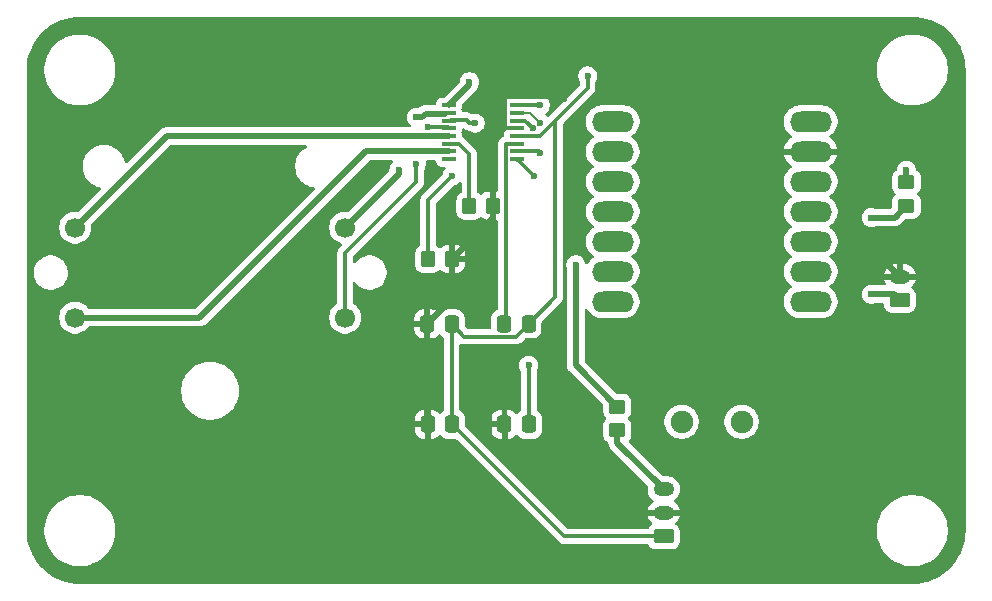
<source format=gbr>
%TF.GenerationSoftware,KiCad,Pcbnew,9.0.6*%
%TF.CreationDate,2026-02-28T12:54:14-08:00*%
%TF.ProjectId,display,64697370-6c61-4792-9e6b-696361645f70,rev?*%
%TF.SameCoordinates,Original*%
%TF.FileFunction,Copper,L1,Top*%
%TF.FilePolarity,Positive*%
%FSLAX46Y46*%
G04 Gerber Fmt 4.6, Leading zero omitted, Abs format (unit mm)*
G04 Created by KiCad (PCBNEW 9.0.6) date 2026-02-28 12:54:14*
%MOMM*%
%LPD*%
G01*
G04 APERTURE LIST*
G04 Aperture macros list*
%AMRoundRect*
0 Rectangle with rounded corners*
0 $1 Rounding radius*
0 $2 $3 $4 $5 $6 $7 $8 $9 X,Y pos of 4 corners*
0 Add a 4 corners polygon primitive as box body*
4,1,4,$2,$3,$4,$5,$6,$7,$8,$9,$2,$3,0*
0 Add four circle primitives for the rounded corners*
1,1,$1+$1,$2,$3*
1,1,$1+$1,$4,$5*
1,1,$1+$1,$6,$7*
1,1,$1+$1,$8,$9*
0 Add four rect primitives between the rounded corners*
20,1,$1+$1,$2,$3,$4,$5,0*
20,1,$1+$1,$4,$5,$6,$7,0*
20,1,$1+$1,$6,$7,$8,$9,0*
20,1,$1+$1,$8,$9,$2,$3,0*%
G04 Aperture macros list end*
%TA.AperFunction,ComponentPad*%
%ADD10O,3.556000X1.778000*%
%TD*%
%TA.AperFunction,ComponentPad*%
%ADD11C,1.905000*%
%TD*%
%TA.AperFunction,SMDPad,CuDef*%
%ADD12R,1.168400X0.304800*%
%TD*%
%TA.AperFunction,SMDPad,CuDef*%
%ADD13RoundRect,0.250000X0.450000X-0.350000X0.450000X0.350000X-0.450000X0.350000X-0.450000X-0.350000X0*%
%TD*%
%TA.AperFunction,SMDPad,CuDef*%
%ADD14RoundRect,0.250000X-0.450000X0.350000X-0.450000X-0.350000X0.450000X-0.350000X0.450000X0.350000X0*%
%TD*%
%TA.AperFunction,SMDPad,CuDef*%
%ADD15RoundRect,0.250000X0.350000X0.450000X-0.350000X0.450000X-0.350000X-0.450000X0.350000X-0.450000X0*%
%TD*%
%TA.AperFunction,SMDPad,CuDef*%
%ADD16RoundRect,0.250000X-0.350000X-0.450000X0.350000X-0.450000X0.350000X0.450000X-0.350000X0.450000X0*%
%TD*%
%TA.AperFunction,ComponentPad*%
%ADD17C,1.700000*%
%TD*%
%TA.AperFunction,ComponentPad*%
%ADD18RoundRect,0.250000X0.625000X-0.350000X0.625000X0.350000X-0.625000X0.350000X-0.625000X-0.350000X0*%
%TD*%
%TA.AperFunction,ComponentPad*%
%ADD19O,1.750000X1.200000*%
%TD*%
%TA.AperFunction,SMDPad,CuDef*%
%ADD20RoundRect,0.250000X0.337500X0.475000X-0.337500X0.475000X-0.337500X-0.475000X0.337500X-0.475000X0*%
%TD*%
%TA.AperFunction,SMDPad,CuDef*%
%ADD21RoundRect,0.250000X-0.337500X-0.475000X0.337500X-0.475000X0.337500X0.475000X-0.337500X0.475000X0*%
%TD*%
%TA.AperFunction,ViaPad*%
%ADD22C,0.600000*%
%TD*%
%TA.AperFunction,Conductor*%
%ADD23C,0.500000*%
%TD*%
%TA.AperFunction,Conductor*%
%ADD24C,0.300000*%
%TD*%
%TA.AperFunction,Conductor*%
%ADD25C,0.200000*%
%TD*%
G04 APERTURE END LIST*
D10*
%TO.P,U2,1,GPIO1_A0_D0*%
%TO.N,unconnected-(U2-GPIO1_A0_D0-Pad1)*%
X135118000Y-82880000D03*
%TO.P,U2,2,GPIO2_A1_D1*%
%TO.N,/MOTOR_A1*%
X135118000Y-85420000D03*
%TO.P,U2,3,GPIO3_A2_D2*%
%TO.N,/MOTOR_A2*%
X135118000Y-87960000D03*
%TO.P,U2,4,GPIO4_A3_D3*%
%TO.N,/MOTOR_B1*%
X135118000Y-90500000D03*
%TO.P,U2,5,GPIO5_A4_D4_SDA*%
%TO.N,Net-(U2-GPIO5_A4_D4_SDA)*%
X135118000Y-93040000D03*
%TO.P,U2,6,GPIO6_A5_D5_SCL*%
%TO.N,unconnected-(U2-GPIO6_A5_D5_SCL-Pad6)*%
X135118000Y-95580000D03*
%TO.P,U2,7,GPIO43_TX_D6*%
%TO.N,unconnected-(U2-GPIO43_TX_D6-Pad7)*%
X135118000Y-98120000D03*
%TO.P,U2,8,GPIO44_D7_RX*%
%TO.N,unconnected-(U2-GPIO44_D7_RX-Pad8)*%
X151882000Y-98120000D03*
%TO.P,U2,9,GPIO7_A8_D8_SCK*%
%TO.N,unconnected-(U2-GPIO7_A8_D8_SCK-Pad9)*%
X151882000Y-95580000D03*
%TO.P,U2,10,GPIO8_A9_D9_CIPO*%
%TO.N,/RESET_BTN*%
X151882000Y-93040000D03*
%TO.P,U2,11,GPIO9_A10_D10_COPI*%
%TO.N,/MOTOR_B2*%
X151882000Y-90500000D03*
%TO.P,U2,12,3V3*%
%TO.N,+3.3V*%
X151882000Y-87960000D03*
%TO.P,U2,13,GND*%
%TO.N,GND*%
X151882000Y-85420000D03*
%TO.P,U2,14,5V*%
%TO.N,+5V*%
X151882000Y-82880000D03*
D11*
%TO.P,U2,15,+BATT*%
%TO.N,unconnected-(U2-+BATT-Pad15)*%
X140960000Y-108280000D03*
%TO.P,U2,16,-BATT*%
%TO.N,unconnected-(U2--BATT-Pad16)*%
X146040000Y-108280000D03*
%TD*%
D12*
%TO.P,U1,1,NSLEEP*%
%TO.N,+3.3V*%
X121259600Y-81500000D03*
%TO.P,U1,2,AOUT1*%
%TO.N,Net-(U1-AOUT1)*%
X121259600Y-82149998D03*
%TO.P,U1,3,AISEN*%
%TO.N,Net-(U1-AISEN)*%
X121259600Y-82800000D03*
%TO.P,U1,4,AOUT2*%
%TO.N,Net-(U1-AOUT2)*%
X121259600Y-83449998D03*
%TO.P,U1,5,BOUT2*%
%TO.N,Net-(M1--)*%
X121259600Y-84099997D03*
%TO.P,U1,6,BISEN*%
%TO.N,Net-(U1-BISEN)*%
X121259600Y-84749998D03*
%TO.P,U1,7,BOUT1*%
%TO.N,Net-(U1-BOUT1)*%
X121259600Y-85399997D03*
%TO.P,U1,8,NFAULT*%
%TO.N,unconnected-(U1-NFAULT-Pad8)*%
X121259600Y-86049998D03*
%TO.P,U1,9,BIN1*%
%TO.N,/MOTOR_B2*%
X127000000Y-86049998D03*
%TO.P,U1,10,BIN2*%
%TO.N,/MOTOR_B1*%
X127000000Y-85400000D03*
%TO.P,U1,11,VCP*%
%TO.N,Net-(U1-VCP)*%
X127000000Y-84749998D03*
%TO.P,U1,12,VM*%
%TO.N,+5V*%
X127000000Y-84100000D03*
%TO.P,U1,13,GND*%
%TO.N,GND*%
X127000000Y-83450001D03*
%TO.P,U1,14,VINT*%
%TO.N,Net-(U1-VINT)*%
X127000000Y-82800000D03*
%TO.P,U1,15,AIN2*%
%TO.N,/MOTOR_A2*%
X127000000Y-82150001D03*
%TO.P,U1,16,AIN1*%
%TO.N,/MOTOR_A1*%
X127000000Y-81500000D03*
%TD*%
D13*
%TO.P,R4,1*%
%TO.N,/RESET_BTN*%
X160000000Y-90000000D03*
%TO.P,R4,2*%
%TO.N,+3.3V*%
X160000000Y-88000000D03*
%TD*%
D14*
%TO.P,R3,1*%
%TO.N,Net-(U2-GPIO5_A4_D4_SDA)*%
X135500000Y-107000000D03*
%TO.P,R3,2*%
%TO.N,/NEO_DATA*%
X135500000Y-109000000D03*
%TD*%
D15*
%TO.P,R2,1*%
%TO.N,GND*%
X125000000Y-90000000D03*
%TO.P,R2,2*%
%TO.N,Net-(U1-BISEN)*%
X123000000Y-90000000D03*
%TD*%
D16*
%TO.P,R1,1*%
%TO.N,Net-(U1-AISEN)*%
X119500000Y-94500000D03*
%TO.P,R1,2*%
%TO.N,GND*%
X121500000Y-94500000D03*
%TD*%
D17*
%TO.P,M1,1*%
%TO.N,Net-(U1-BOUT1)*%
X89610000Y-99470000D03*
%TO.P,M1,2,-*%
%TO.N,Net-(M1--)*%
X89610000Y-91850000D03*
%TO.P,M1,3*%
%TO.N,Net-(U1-AOUT2)*%
X112470000Y-99470000D03*
%TO.P,M1,4*%
%TO.N,Net-(U1-AOUT1)*%
X112470000Y-91850000D03*
%TD*%
D18*
%TO.P,J2,1,Pin_1*%
%TO.N,/RESET_BTN*%
X159450000Y-98000000D03*
D19*
%TO.P,J2,2,Pin_2*%
%TO.N,GND*%
X159450000Y-96000000D03*
%TD*%
D18*
%TO.P,J1,1,Pin_1*%
%TO.N,+5V*%
X139450000Y-118000000D03*
D19*
%TO.P,J1,2,Pin_2*%
%TO.N,GND*%
X139450000Y-116000000D03*
%TO.P,J1,3,Pin_3*%
%TO.N,/NEO_DATA*%
X139450000Y-114000000D03*
%TD*%
D20*
%TO.P,C4,1*%
%TO.N,+5V*%
X121537500Y-108500000D03*
%TO.P,C4,2*%
%TO.N,GND*%
X119462500Y-108500000D03*
%TD*%
D21*
%TO.P,C3,1*%
%TO.N,GND*%
X125962500Y-108500000D03*
%TO.P,C3,2*%
%TO.N,Net-(U1-VINT)*%
X128037500Y-108500000D03*
%TD*%
D20*
%TO.P,C2,1*%
%TO.N,+5V*%
X128000000Y-100000000D03*
%TO.P,C2,2*%
%TO.N,Net-(U1-VCP)*%
X125925000Y-100000000D03*
%TD*%
%TO.P,C1,1*%
%TO.N,+5V*%
X121500000Y-100000000D03*
%TO.P,C1,2*%
%TO.N,GND*%
X119425000Y-100000000D03*
%TD*%
D22*
%TO.N,Net-(U1-VINT)*%
X128000000Y-103500000D03*
%TO.N,/RESET_BTN*%
X157000000Y-97500000D03*
%TO.N,GND*%
X154500000Y-85500000D03*
%TO.N,+3.3V*%
X160000000Y-87000000D03*
%TO.N,Net-(U1-VINT)*%
X128338563Y-83450000D03*
%TO.N,GND*%
X126000000Y-110500000D03*
X120500000Y-111000000D03*
%TO.N,Net-(U1-AISEN)*%
X123500000Y-83000000D03*
X121500000Y-87500000D03*
%TO.N,Net-(U1-AOUT2)*%
X119500000Y-83349997D03*
X118500000Y-86500000D03*
%TO.N,Net-(U1-AOUT1)*%
X118500000Y-82500000D03*
X117000000Y-87000000D03*
%TO.N,Net-(U2-GPIO5_A4_D4_SDA)*%
X132000000Y-95000000D03*
%TO.N,/RESET_BTN*%
X157000000Y-91000000D03*
%TO.N,/MOTOR_B2*%
X128500000Y-87500000D03*
%TO.N,+3.3V*%
X123000000Y-79500000D03*
%TO.N,GND*%
X131000000Y-81000000D03*
%TO.N,+5V*%
X133000000Y-79000000D03*
%TO.N,/MOTOR_B1*%
X129000000Y-85500000D03*
%TO.N,/MOTOR_A2*%
X129000000Y-83000000D03*
%TO.N,/MOTOR_A1*%
X129000000Y-81500000D03*
%TD*%
D23*
%TO.N,/RESET_BTN*%
X157000000Y-97500000D02*
X158950000Y-97500000D01*
X158950000Y-97500000D02*
X159450000Y-98000000D01*
%TO.N,GND*%
X154500000Y-85500000D02*
X155500000Y-86500000D01*
X155500000Y-86500000D02*
X155500000Y-92050000D01*
X155500000Y-92050000D02*
X159450000Y-96000000D01*
%TO.N,+3.3V*%
X160000000Y-87000000D02*
X160000000Y-88000000D01*
%TO.N,/NEO_DATA*%
X135500000Y-109000000D02*
X135500000Y-110050000D01*
X135500000Y-110050000D02*
X139450000Y-114000000D01*
D24*
%TO.N,Net-(U1-VINT)*%
X128338563Y-83450000D02*
X127688563Y-82800000D01*
X127688563Y-82800000D02*
X127000000Y-82800000D01*
X128037500Y-103537500D02*
X128000000Y-103500000D01*
X128037500Y-108500000D02*
X128037500Y-103537500D01*
%TO.N,Net-(U1-VCP)*%
X125925000Y-100000000D02*
X126064800Y-99860200D01*
X126064800Y-84800998D02*
X126115800Y-84749998D01*
X126064800Y-99860200D02*
X126064800Y-84800998D01*
X126115800Y-84749998D02*
X127000000Y-84749998D01*
%TO.N,+5V*%
X133000000Y-80062075D02*
X130281037Y-82781037D01*
X128000000Y-100000000D02*
X130281037Y-97718963D01*
X130281037Y-97718963D02*
X130281037Y-82781037D01*
D23*
%TO.N,GND*%
X126000000Y-110500000D02*
X131500000Y-116000000D01*
X131500000Y-116000000D02*
X139450000Y-116000000D01*
X126000000Y-110500000D02*
X126000000Y-108537500D01*
X126000000Y-108537500D02*
X125962500Y-108500000D01*
X119462500Y-109962500D02*
X120500000Y-111000000D01*
X119462500Y-108500000D02*
X119462500Y-109962500D01*
D24*
%TO.N,+5V*%
X121537500Y-108500000D02*
X131037500Y-118000000D01*
X131037500Y-118000000D02*
X139450000Y-118000000D01*
X121500000Y-100000000D02*
X122576000Y-101076000D01*
X122576000Y-101076000D02*
X126924000Y-101076000D01*
X126924000Y-101076000D02*
X128000000Y-100000000D01*
X121500000Y-100000000D02*
X121500000Y-108462500D01*
X121500000Y-108462500D02*
X121537500Y-108500000D01*
D23*
%TO.N,GND*%
X119425000Y-100000000D02*
X119425000Y-108462500D01*
X119425000Y-108462500D02*
X119462500Y-108500000D01*
X121500000Y-94500000D02*
X121500000Y-97925000D01*
X121500000Y-97925000D02*
X119425000Y-100000000D01*
X125000000Y-90000000D02*
X125000000Y-91000000D01*
X125000000Y-91000000D02*
X121500000Y-94500000D01*
D24*
X125964800Y-83403400D02*
X125964800Y-83535200D01*
X125964800Y-83535200D02*
X125000000Y-84500000D01*
X125000000Y-84500000D02*
X125000000Y-90000000D01*
%TO.N,Net-(U1-AISEN)*%
X123500000Y-83000000D02*
X123000000Y-83000000D01*
X122753398Y-82753398D02*
X121412942Y-82753398D01*
X123000000Y-83000000D02*
X122753398Y-82753398D01*
X119500000Y-89500000D02*
X121500000Y-87500000D01*
X119500000Y-94500000D02*
X119500000Y-89500000D01*
%TO.N,Net-(U1-BISEN)*%
X123000000Y-90000000D02*
X123000000Y-85606198D01*
X123000000Y-85606198D02*
X122143800Y-84749998D01*
X122143800Y-84749998D02*
X121259600Y-84749998D01*
%TO.N,Net-(U1-AOUT2)*%
X119500000Y-83349997D02*
X121159599Y-83349997D01*
X121159599Y-83349997D02*
X121259600Y-83449998D01*
X112470000Y-95030000D02*
X112470000Y-94030000D01*
X118500000Y-88000000D02*
X118500000Y-86500000D01*
X112470000Y-94030000D02*
X118500000Y-88000000D01*
X112470000Y-99470000D02*
X112470000Y-95030000D01*
D23*
%TO.N,Net-(U1-AOUT1)*%
X118500000Y-82500000D02*
X119000000Y-82500000D01*
X119000000Y-82500000D02*
X119303400Y-82196600D01*
X119303400Y-82196600D02*
X120964836Y-82196600D01*
X117000000Y-87320000D02*
X117000000Y-87000000D01*
X112470000Y-91850000D02*
X117000000Y-87320000D01*
D25*
%TO.N,/MOTOR_A2*%
X129000000Y-83000000D02*
X128150001Y-82150001D01*
X128150001Y-82150001D02*
X127000000Y-82150001D01*
D23*
%TO.N,Net-(U2-GPIO5_A4_D4_SDA)*%
X132000000Y-95000000D02*
X132000000Y-103500000D01*
X132000000Y-103500000D02*
X135500000Y-107000000D01*
%TO.N,/RESET_BTN*%
X157000000Y-91000000D02*
X159000000Y-91000000D01*
X159000000Y-91000000D02*
X160000000Y-90000000D01*
D24*
%TO.N,/MOTOR_B2*%
X128500000Y-87500000D02*
X127101000Y-86101000D01*
X127101000Y-86101000D02*
X127000000Y-86101000D01*
D23*
%TO.N,+3.3V*%
X123000000Y-79500000D02*
X123000000Y-79759600D01*
X123000000Y-79759600D02*
X121259600Y-81500000D01*
D24*
%TO.N,GND*%
X131000000Y-81000000D02*
X130749000Y-80749000D01*
X125964800Y-83403400D02*
X126705236Y-83403400D01*
X130749000Y-80749000D02*
X126112400Y-80749000D01*
X126112400Y-80749000D02*
X125964800Y-80896600D01*
X125964800Y-80896600D02*
X125964800Y-83403400D01*
%TO.N,+5V*%
X133000000Y-79000000D02*
X133000000Y-80062075D01*
X130281037Y-82781037D02*
X128962075Y-84100000D01*
X128962075Y-84100000D02*
X127000000Y-84100000D01*
%TO.N,/MOTOR_B1*%
X129000000Y-85500000D02*
X128900000Y-85400000D01*
X128900000Y-85400000D02*
X127000000Y-85400000D01*
%TO.N,/MOTOR_A1*%
X129000000Y-81500000D02*
X127000000Y-81500000D01*
D23*
%TO.N,Net-(U1-BOUT1)*%
X89610000Y-99470000D02*
X100130553Y-99470000D01*
X100130553Y-99470000D02*
X114200556Y-85399997D01*
X114200556Y-85399997D02*
X121259600Y-85399997D01*
%TO.N,Net-(M1--)*%
X89610000Y-91850000D02*
X97360003Y-84099997D01*
X97360003Y-84099997D02*
X121259600Y-84099997D01*
%TD*%
%TA.AperFunction,Conductor*%
%TO.N,GND*%
G36*
X160502702Y-74000617D02*
G01*
X160886771Y-74017386D01*
X160897506Y-74018326D01*
X161275971Y-74068152D01*
X161286597Y-74070025D01*
X161659284Y-74152648D01*
X161669710Y-74155442D01*
X162033765Y-74270227D01*
X162043911Y-74273920D01*
X162396578Y-74420000D01*
X162406369Y-74424566D01*
X162744942Y-74600816D01*
X162754310Y-74606224D01*
X163076244Y-74811318D01*
X163085105Y-74817523D01*
X163387930Y-75049889D01*
X163396217Y-75056843D01*
X163677635Y-75314715D01*
X163685284Y-75322364D01*
X163943156Y-75603782D01*
X163950110Y-75612069D01*
X164182476Y-75914894D01*
X164188681Y-75923755D01*
X164393775Y-76245689D01*
X164399183Y-76255057D01*
X164575430Y-76593623D01*
X164580002Y-76603427D01*
X164726075Y-76956078D01*
X164729775Y-76966244D01*
X164844554Y-77330278D01*
X164847354Y-77340727D01*
X164929971Y-77713389D01*
X164931849Y-77724042D01*
X164981671Y-78102473D01*
X164982614Y-78113249D01*
X164999382Y-78497297D01*
X164999500Y-78502706D01*
X164999500Y-117497293D01*
X164999382Y-117502702D01*
X164982614Y-117886750D01*
X164981671Y-117897526D01*
X164931849Y-118275957D01*
X164929971Y-118286610D01*
X164847354Y-118659272D01*
X164844554Y-118669721D01*
X164729775Y-119033755D01*
X164726075Y-119043921D01*
X164580002Y-119396572D01*
X164575430Y-119406376D01*
X164399183Y-119744942D01*
X164393775Y-119754310D01*
X164188681Y-120076244D01*
X164182476Y-120085105D01*
X163950110Y-120387930D01*
X163943156Y-120396217D01*
X163685284Y-120677635D01*
X163677635Y-120685284D01*
X163396217Y-120943156D01*
X163387930Y-120950110D01*
X163085105Y-121182476D01*
X163076244Y-121188681D01*
X162754310Y-121393775D01*
X162744942Y-121399183D01*
X162406376Y-121575430D01*
X162396572Y-121580002D01*
X162043921Y-121726075D01*
X162033755Y-121729775D01*
X161669721Y-121844554D01*
X161659272Y-121847354D01*
X161286610Y-121929971D01*
X161275957Y-121931849D01*
X160897526Y-121981671D01*
X160886750Y-121982614D01*
X160502703Y-121999382D01*
X160497294Y-121999500D01*
X90002706Y-121999500D01*
X89997297Y-121999382D01*
X89613249Y-121982614D01*
X89602473Y-121981671D01*
X89224042Y-121931849D01*
X89213389Y-121929971D01*
X88840727Y-121847354D01*
X88830278Y-121844554D01*
X88466244Y-121729775D01*
X88456078Y-121726075D01*
X88103427Y-121580002D01*
X88093623Y-121575430D01*
X87755057Y-121399183D01*
X87745689Y-121393775D01*
X87423755Y-121188681D01*
X87414894Y-121182476D01*
X87112069Y-120950110D01*
X87103782Y-120943156D01*
X86822364Y-120685284D01*
X86814715Y-120677635D01*
X86556843Y-120396217D01*
X86549889Y-120387930D01*
X86317523Y-120085105D01*
X86311318Y-120076244D01*
X86106224Y-119754310D01*
X86100816Y-119744942D01*
X85970818Y-119495219D01*
X85924566Y-119406369D01*
X85919997Y-119396572D01*
X85797360Y-119100500D01*
X85773920Y-119043911D01*
X85770224Y-119033755D01*
X85760623Y-119003304D01*
X85655442Y-118669710D01*
X85652648Y-118659284D01*
X85570025Y-118286597D01*
X85568152Y-118275971D01*
X85518326Y-117897506D01*
X85517386Y-117886771D01*
X85500618Y-117502702D01*
X85500500Y-117497293D01*
X85500500Y-117331491D01*
X86999500Y-117331491D01*
X86999500Y-117668508D01*
X87037231Y-118003381D01*
X87037233Y-118003397D01*
X87112223Y-118331953D01*
X87112227Y-118331965D01*
X87223532Y-118650054D01*
X87369752Y-118953683D01*
X87369754Y-118953686D01*
X87549054Y-119239039D01*
X87759175Y-119502523D01*
X87997477Y-119740825D01*
X88260961Y-119950946D01*
X88546314Y-120130246D01*
X88849949Y-120276469D01*
X89088848Y-120360063D01*
X89168034Y-120387772D01*
X89168046Y-120387776D01*
X89496606Y-120462767D01*
X89831492Y-120500499D01*
X89831493Y-120500500D01*
X89831496Y-120500500D01*
X90168507Y-120500500D01*
X90168507Y-120500499D01*
X90503394Y-120462767D01*
X90831954Y-120387776D01*
X91150051Y-120276469D01*
X91453686Y-120130246D01*
X91739039Y-119950946D01*
X92002523Y-119740825D01*
X92240825Y-119502523D01*
X92450946Y-119239039D01*
X92630246Y-118953686D01*
X92776469Y-118650051D01*
X92887776Y-118331954D01*
X92962767Y-118003394D01*
X93000500Y-117668504D01*
X93000500Y-117331496D01*
X92962767Y-116996606D01*
X92887776Y-116668046D01*
X92776469Y-116349949D01*
X92630246Y-116046314D01*
X92450946Y-115760961D01*
X92240825Y-115497477D01*
X92002523Y-115259175D01*
X91739039Y-115049054D01*
X91453686Y-114869754D01*
X91453683Y-114869752D01*
X91150054Y-114723532D01*
X90831965Y-114612227D01*
X90831953Y-114612223D01*
X90503397Y-114537233D01*
X90503381Y-114537231D01*
X90168508Y-114499500D01*
X90168504Y-114499500D01*
X89831496Y-114499500D01*
X89831491Y-114499500D01*
X89496618Y-114537231D01*
X89496602Y-114537233D01*
X89168046Y-114612223D01*
X89168034Y-114612227D01*
X88849945Y-114723532D01*
X88546316Y-114869752D01*
X88260962Y-115049053D01*
X87997477Y-115259174D01*
X87759174Y-115497477D01*
X87549053Y-115760962D01*
X87369752Y-116046316D01*
X87223532Y-116349945D01*
X87112227Y-116668034D01*
X87112223Y-116668046D01*
X87037233Y-116996602D01*
X87037231Y-116996618D01*
X86999500Y-117331491D01*
X85500500Y-117331491D01*
X85500500Y-109024986D01*
X118375001Y-109024986D01*
X118385494Y-109127697D01*
X118440641Y-109294119D01*
X118440643Y-109294124D01*
X118532684Y-109443345D01*
X118656654Y-109567315D01*
X118805875Y-109659356D01*
X118805880Y-109659358D01*
X118972302Y-109714505D01*
X118972309Y-109714506D01*
X119075019Y-109724999D01*
X119212499Y-109724999D01*
X119212500Y-109724998D01*
X119212500Y-108750000D01*
X118375001Y-108750000D01*
X118375001Y-109024986D01*
X85500500Y-109024986D01*
X85500500Y-105522378D01*
X98589500Y-105522378D01*
X98589500Y-105797621D01*
X98620315Y-106071108D01*
X98620317Y-106071124D01*
X98681561Y-106339453D01*
X98681565Y-106339465D01*
X98772467Y-106599246D01*
X98891884Y-106847218D01*
X98891886Y-106847221D01*
X99038319Y-107080268D01*
X99166343Y-107240804D01*
X99201980Y-107285493D01*
X99209925Y-107295455D01*
X99404545Y-107490075D01*
X99619732Y-107661681D01*
X99852779Y-107808114D01*
X100100757Y-107927534D01*
X100271304Y-107987211D01*
X100360534Y-108018434D01*
X100360546Y-108018438D01*
X100628879Y-108079683D01*
X100902378Y-108110499D01*
X100902379Y-108110500D01*
X100902383Y-108110500D01*
X101177621Y-108110500D01*
X101177621Y-108110499D01*
X101451121Y-108079683D01*
X101719454Y-108018438D01*
X101843556Y-107975013D01*
X118375000Y-107975013D01*
X118375000Y-108250000D01*
X119212500Y-108250000D01*
X119212500Y-107275000D01*
X119075027Y-107275000D01*
X119075012Y-107275001D01*
X118972302Y-107285494D01*
X118805880Y-107340641D01*
X118805875Y-107340643D01*
X118656654Y-107432684D01*
X118532684Y-107556654D01*
X118440643Y-107705875D01*
X118440641Y-107705880D01*
X118385494Y-107872302D01*
X118385493Y-107872309D01*
X118375000Y-107975013D01*
X101843556Y-107975013D01*
X101979243Y-107927534D01*
X102227221Y-107808114D01*
X102460268Y-107661681D01*
X102675455Y-107490075D01*
X102870075Y-107295455D01*
X103041681Y-107080268D01*
X103188114Y-106847221D01*
X103307534Y-106599243D01*
X103398438Y-106339454D01*
X103459683Y-106071121D01*
X103490500Y-105797617D01*
X103490500Y-105522383D01*
X103459683Y-105248879D01*
X103398438Y-104980546D01*
X103307534Y-104720757D01*
X103188114Y-104472779D01*
X103041681Y-104239732D01*
X102870075Y-104024545D01*
X102675455Y-103829925D01*
X102460268Y-103658319D01*
X102227221Y-103511886D01*
X102227218Y-103511884D01*
X101979246Y-103392467D01*
X101719465Y-103301565D01*
X101719453Y-103301561D01*
X101451124Y-103240317D01*
X101451108Y-103240315D01*
X101177621Y-103209500D01*
X101177617Y-103209500D01*
X100902383Y-103209500D01*
X100902379Y-103209500D01*
X100628891Y-103240315D01*
X100628875Y-103240317D01*
X100360546Y-103301561D01*
X100360534Y-103301565D01*
X100100753Y-103392467D01*
X99852781Y-103511884D01*
X99619733Y-103658318D01*
X99404545Y-103829924D01*
X99209924Y-104024545D01*
X99038318Y-104239733D01*
X98891884Y-104472781D01*
X98772467Y-104720753D01*
X98681565Y-104980534D01*
X98681561Y-104980546D01*
X98620317Y-105248875D01*
X98620315Y-105248891D01*
X98589500Y-105522378D01*
X85500500Y-105522378D01*
X85500500Y-95545837D01*
X86089500Y-95545837D01*
X86089500Y-95774162D01*
X86125215Y-95999660D01*
X86195770Y-96216803D01*
X86276376Y-96375000D01*
X86299421Y-96420228D01*
X86433621Y-96604937D01*
X86595063Y-96766379D01*
X86779772Y-96900579D01*
X86840641Y-96931593D01*
X86983196Y-97004229D01*
X86983198Y-97004229D01*
X86983201Y-97004231D01*
X87099592Y-97042049D01*
X87200339Y-97074784D01*
X87425838Y-97110500D01*
X87425843Y-97110500D01*
X87654162Y-97110500D01*
X87879660Y-97074784D01*
X88096799Y-97004231D01*
X88300228Y-96900579D01*
X88484937Y-96766379D01*
X88646379Y-96604937D01*
X88780579Y-96420228D01*
X88884231Y-96216799D01*
X88954784Y-95999660D01*
X88969717Y-95905376D01*
X88990500Y-95774162D01*
X88990500Y-95545837D01*
X88954784Y-95320339D01*
X88884229Y-95103196D01*
X88821758Y-94980591D01*
X88780579Y-94899772D01*
X88646379Y-94715063D01*
X88484937Y-94553621D01*
X88300228Y-94419421D01*
X88255086Y-94396420D01*
X88096803Y-94315770D01*
X87879660Y-94245215D01*
X87654162Y-94209500D01*
X87654157Y-94209500D01*
X87425843Y-94209500D01*
X87425838Y-94209500D01*
X87200339Y-94245215D01*
X86983196Y-94315770D01*
X86779771Y-94419421D01*
X86595061Y-94553622D01*
X86433622Y-94715061D01*
X86299421Y-94899771D01*
X86195770Y-95103196D01*
X86125215Y-95320339D01*
X86089500Y-95545837D01*
X85500500Y-95545837D01*
X85500500Y-91743713D01*
X88259500Y-91743713D01*
X88259500Y-91956286D01*
X88292753Y-92166239D01*
X88358444Y-92368414D01*
X88454951Y-92557820D01*
X88579890Y-92729786D01*
X88730213Y-92880109D01*
X88902179Y-93005048D01*
X88902181Y-93005049D01*
X88902184Y-93005051D01*
X89091588Y-93101557D01*
X89293757Y-93167246D01*
X89503713Y-93200500D01*
X89503714Y-93200500D01*
X89716286Y-93200500D01*
X89716287Y-93200500D01*
X89926243Y-93167246D01*
X90128412Y-93101557D01*
X90317816Y-93005051D01*
X90339789Y-92989086D01*
X90489786Y-92880109D01*
X90489788Y-92880106D01*
X90489792Y-92880104D01*
X90640104Y-92729792D01*
X90640106Y-92729788D01*
X90640109Y-92729786D01*
X90765048Y-92557820D01*
X90765047Y-92557820D01*
X90765051Y-92557816D01*
X90861557Y-92368412D01*
X90927246Y-92166243D01*
X90960500Y-91956287D01*
X90960500Y-91743713D01*
X90945382Y-91648268D01*
X90954336Y-91578979D01*
X90980171Y-91541195D01*
X97634551Y-84886816D01*
X97695874Y-84853331D01*
X97722232Y-84850497D01*
X109110378Y-84850497D01*
X109177417Y-84870182D01*
X109223172Y-84922986D01*
X109233116Y-84992144D01*
X109204091Y-85055700D01*
X109172378Y-85081884D01*
X109037545Y-85159730D01*
X108850302Y-85303406D01*
X108850295Y-85303412D01*
X108683412Y-85470295D01*
X108683406Y-85470302D01*
X108539730Y-85657545D01*
X108421719Y-85861943D01*
X108421714Y-85861954D01*
X108331394Y-86080006D01*
X108270306Y-86307989D01*
X108239501Y-86541979D01*
X108239500Y-86541995D01*
X108239500Y-86778004D01*
X108239501Y-86778020D01*
X108270306Y-87012010D01*
X108331394Y-87239993D01*
X108421714Y-87458045D01*
X108421719Y-87458056D01*
X108468403Y-87538913D01*
X108539727Y-87662450D01*
X108539729Y-87662453D01*
X108539730Y-87662454D01*
X108683406Y-87849697D01*
X108683412Y-87849704D01*
X108850295Y-88016587D01*
X108850301Y-88016592D01*
X109037550Y-88160273D01*
X109168918Y-88236118D01*
X109241943Y-88278280D01*
X109241948Y-88278282D01*
X109241951Y-88278284D01*
X109460007Y-88368606D01*
X109687986Y-88429693D01*
X109808502Y-88445559D01*
X109811159Y-88445909D01*
X109875056Y-88474175D01*
X109913527Y-88532500D01*
X109914358Y-88602365D01*
X109882655Y-88656529D01*
X99856004Y-98683181D01*
X99794681Y-98716666D01*
X99768323Y-98719500D01*
X90797221Y-98719500D01*
X90730182Y-98699815D01*
X90696903Y-98668385D01*
X90640107Y-98590211D01*
X90489786Y-98439890D01*
X90317820Y-98314951D01*
X90128414Y-98218444D01*
X90128413Y-98218443D01*
X90128412Y-98218443D01*
X89926243Y-98152754D01*
X89926241Y-98152753D01*
X89926240Y-98152753D01*
X89764957Y-98127208D01*
X89716287Y-98119500D01*
X89503713Y-98119500D01*
X89455042Y-98127208D01*
X89293760Y-98152753D01*
X89091585Y-98218444D01*
X88902179Y-98314951D01*
X88730213Y-98439890D01*
X88579890Y-98590213D01*
X88454951Y-98762179D01*
X88358444Y-98951585D01*
X88292753Y-99153760D01*
X88259500Y-99363713D01*
X88259500Y-99576286D01*
X88292753Y-99786239D01*
X88358444Y-99988414D01*
X88454951Y-100177820D01*
X88579890Y-100349786D01*
X88730213Y-100500109D01*
X88902179Y-100625048D01*
X88902181Y-100625049D01*
X88902184Y-100625051D01*
X89091588Y-100721557D01*
X89293757Y-100787246D01*
X89503713Y-100820500D01*
X89503714Y-100820500D01*
X89716286Y-100820500D01*
X89716287Y-100820500D01*
X89926243Y-100787246D01*
X90128412Y-100721557D01*
X90317816Y-100625051D01*
X90339789Y-100609086D01*
X90489786Y-100500109D01*
X90489788Y-100500106D01*
X90489792Y-100500104D01*
X90640104Y-100349792D01*
X90675190Y-100301500D01*
X90696903Y-100271615D01*
X90752233Y-100228949D01*
X90797221Y-100220500D01*
X100204473Y-100220500D01*
X100302015Y-100201096D01*
X100349466Y-100191658D01*
X100486048Y-100135084D01*
X100545288Y-100095501D01*
X100608969Y-100052952D01*
X114475105Y-86186816D01*
X114536428Y-86153331D01*
X114562786Y-86150497D01*
X116421735Y-86150497D01*
X116488774Y-86170182D01*
X116534529Y-86222986D01*
X116544473Y-86292144D01*
X116515448Y-86355700D01*
X116494374Y-86374292D01*
X116494419Y-86374347D01*
X116492896Y-86375596D01*
X116490629Y-86377597D01*
X116489712Y-86378209D01*
X116489707Y-86378213D01*
X116378213Y-86489707D01*
X116378210Y-86489711D01*
X116290609Y-86620814D01*
X116290602Y-86620827D01*
X116230264Y-86766498D01*
X116230261Y-86766510D01*
X116199500Y-86921153D01*
X116199500Y-87007769D01*
X116179815Y-87074808D01*
X116163181Y-87095450D01*
X112778806Y-90479824D01*
X112717483Y-90513309D01*
X112671726Y-90514616D01*
X112576291Y-90499500D01*
X112576287Y-90499500D01*
X112363713Y-90499500D01*
X112342897Y-90502797D01*
X112153760Y-90532753D01*
X111951585Y-90598444D01*
X111762179Y-90694951D01*
X111590213Y-90819890D01*
X111439890Y-90970213D01*
X111314951Y-91142179D01*
X111218444Y-91331585D01*
X111152753Y-91533760D01*
X111119500Y-91743713D01*
X111119500Y-91956286D01*
X111152753Y-92166239D01*
X111218444Y-92368414D01*
X111314951Y-92557820D01*
X111439890Y-92729786D01*
X111590213Y-92880109D01*
X111762179Y-93005048D01*
X111762181Y-93005049D01*
X111762184Y-93005051D01*
X111951588Y-93101557D01*
X112153757Y-93167246D01*
X112153759Y-93167246D01*
X112156833Y-93168245D01*
X112214509Y-93207683D01*
X112241707Y-93272041D01*
X112229792Y-93340888D01*
X112206196Y-93373857D01*
X111964727Y-93615325D01*
X111964726Y-93615326D01*
X111893534Y-93721874D01*
X111844499Y-93840255D01*
X111844497Y-93840261D01*
X111819500Y-93965928D01*
X111819500Y-98210382D01*
X111799815Y-98277421D01*
X111765408Y-98311099D01*
X111766125Y-98312085D01*
X111590213Y-98439890D01*
X111439890Y-98590213D01*
X111314951Y-98762179D01*
X111218444Y-98951585D01*
X111152753Y-99153760D01*
X111119500Y-99363713D01*
X111119500Y-99576286D01*
X111152753Y-99786239D01*
X111218444Y-99988414D01*
X111314951Y-100177820D01*
X111439890Y-100349786D01*
X111590213Y-100500109D01*
X111762179Y-100625048D01*
X111762181Y-100625049D01*
X111762184Y-100625051D01*
X111951588Y-100721557D01*
X112153757Y-100787246D01*
X112363713Y-100820500D01*
X112363714Y-100820500D01*
X112576286Y-100820500D01*
X112576287Y-100820500D01*
X112786243Y-100787246D01*
X112988412Y-100721557D01*
X113177816Y-100625051D01*
X113199789Y-100609086D01*
X113315545Y-100524986D01*
X118337501Y-100524986D01*
X118347994Y-100627697D01*
X118403141Y-100794119D01*
X118403143Y-100794124D01*
X118495184Y-100943345D01*
X118619154Y-101067315D01*
X118768375Y-101159356D01*
X118768380Y-101159358D01*
X118934802Y-101214505D01*
X118934809Y-101214506D01*
X119037519Y-101224999D01*
X119174999Y-101224999D01*
X119175000Y-101224998D01*
X119175000Y-100250000D01*
X118337501Y-100250000D01*
X118337501Y-100524986D01*
X113315545Y-100524986D01*
X113349786Y-100500109D01*
X113349788Y-100500106D01*
X113349792Y-100500104D01*
X113500104Y-100349792D01*
X113500106Y-100349788D01*
X113500109Y-100349786D01*
X113605757Y-100204372D01*
X113625051Y-100177816D01*
X113721557Y-99988412D01*
X113787246Y-99786243D01*
X113820500Y-99576287D01*
X113820500Y-99475013D01*
X118337500Y-99475013D01*
X118337500Y-99750000D01*
X119175000Y-99750000D01*
X119175000Y-98775000D01*
X119675000Y-98775000D01*
X119675000Y-101224999D01*
X119812472Y-101224999D01*
X119812486Y-101224998D01*
X119915197Y-101214505D01*
X120081619Y-101159358D01*
X120081624Y-101159356D01*
X120230845Y-101067315D01*
X120354818Y-100943342D01*
X120356665Y-100940348D01*
X120358469Y-100938724D01*
X120359298Y-100937677D01*
X120359476Y-100937818D01*
X120408610Y-100893621D01*
X120477573Y-100882396D01*
X120541656Y-100910236D01*
X120567743Y-100940341D01*
X120569788Y-100943656D01*
X120693844Y-101067712D01*
X120790597Y-101127389D01*
X120837321Y-101179335D01*
X120849500Y-101232927D01*
X120849500Y-107290201D01*
X120829815Y-107357240D01*
X120790598Y-107395739D01*
X120731344Y-107432287D01*
X120607288Y-107556343D01*
X120607283Y-107556349D01*
X120605241Y-107559661D01*
X120603247Y-107561453D01*
X120602807Y-107562011D01*
X120602711Y-107561935D01*
X120553291Y-107606383D01*
X120484328Y-107617602D01*
X120420247Y-107589755D01*
X120394168Y-107559656D01*
X120392319Y-107556659D01*
X120392316Y-107556655D01*
X120268345Y-107432684D01*
X120119124Y-107340643D01*
X120119119Y-107340641D01*
X119952697Y-107285494D01*
X119952690Y-107285493D01*
X119849986Y-107275000D01*
X119712500Y-107275000D01*
X119712500Y-109724999D01*
X119849972Y-109724999D01*
X119849986Y-109724998D01*
X119952697Y-109714505D01*
X120119119Y-109659358D01*
X120119124Y-109659356D01*
X120268345Y-109567315D01*
X120392318Y-109443342D01*
X120394165Y-109440348D01*
X120395969Y-109438724D01*
X120396798Y-109437677D01*
X120396976Y-109437818D01*
X120446110Y-109393621D01*
X120515073Y-109382396D01*
X120579156Y-109410236D01*
X120605243Y-109440341D01*
X120607288Y-109443656D01*
X120731344Y-109567712D01*
X120880666Y-109659814D01*
X121047203Y-109714999D01*
X121149991Y-109725500D01*
X121791691Y-109725499D01*
X121858730Y-109745183D01*
X121879372Y-109761818D01*
X130622825Y-118505272D01*
X130622828Y-118505275D01*
X130622831Y-118505277D01*
X130701886Y-118558099D01*
X130729373Y-118576465D01*
X130847756Y-118625501D01*
X130847760Y-118625501D01*
X130847761Y-118625502D01*
X130973428Y-118650500D01*
X130973431Y-118650500D01*
X138059362Y-118650500D01*
X138126401Y-118670185D01*
X138164899Y-118709401D01*
X138232288Y-118818656D01*
X138356344Y-118942712D01*
X138505666Y-119034814D01*
X138672203Y-119089999D01*
X138774991Y-119100500D01*
X140125008Y-119100499D01*
X140227797Y-119089999D01*
X140394334Y-119034814D01*
X140543656Y-118942712D01*
X140667712Y-118818656D01*
X140759814Y-118669334D01*
X140814999Y-118502797D01*
X140825500Y-118400009D01*
X140825499Y-117599992D01*
X140814999Y-117497203D01*
X140766055Y-117349500D01*
X140760088Y-117331491D01*
X157499500Y-117331491D01*
X157499500Y-117668508D01*
X157537231Y-118003381D01*
X157537233Y-118003397D01*
X157612223Y-118331953D01*
X157612227Y-118331965D01*
X157723532Y-118650054D01*
X157869752Y-118953683D01*
X157869754Y-118953686D01*
X158049054Y-119239039D01*
X158259175Y-119502523D01*
X158497477Y-119740825D01*
X158760961Y-119950946D01*
X159046314Y-120130246D01*
X159349949Y-120276469D01*
X159588848Y-120360063D01*
X159668034Y-120387772D01*
X159668046Y-120387776D01*
X159996606Y-120462767D01*
X160331492Y-120500499D01*
X160331493Y-120500500D01*
X160331496Y-120500500D01*
X160668507Y-120500500D01*
X160668507Y-120500499D01*
X161003394Y-120462767D01*
X161331954Y-120387776D01*
X161650051Y-120276469D01*
X161953686Y-120130246D01*
X162239039Y-119950946D01*
X162502523Y-119740825D01*
X162740825Y-119502523D01*
X162950946Y-119239039D01*
X163130246Y-118953686D01*
X163276469Y-118650051D01*
X163387776Y-118331954D01*
X163462767Y-118003394D01*
X163500500Y-117668504D01*
X163500500Y-117331496D01*
X163462767Y-116996606D01*
X163387776Y-116668046D01*
X163276469Y-116349949D01*
X163130246Y-116046314D01*
X162950946Y-115760961D01*
X162740825Y-115497477D01*
X162502523Y-115259175D01*
X162239039Y-115049054D01*
X161953686Y-114869754D01*
X161953683Y-114869752D01*
X161650054Y-114723532D01*
X161331965Y-114612227D01*
X161331953Y-114612223D01*
X161003397Y-114537233D01*
X161003381Y-114537231D01*
X160668508Y-114499500D01*
X160668504Y-114499500D01*
X160331496Y-114499500D01*
X160331491Y-114499500D01*
X159996618Y-114537231D01*
X159996602Y-114537233D01*
X159668046Y-114612223D01*
X159668034Y-114612227D01*
X159349945Y-114723532D01*
X159046316Y-114869752D01*
X158760962Y-115049053D01*
X158497477Y-115259174D01*
X158259174Y-115497477D01*
X158049053Y-115760962D01*
X157869752Y-116046316D01*
X157723532Y-116349945D01*
X157612227Y-116668034D01*
X157612223Y-116668046D01*
X157537233Y-116996602D01*
X157537231Y-116996618D01*
X157499500Y-117331491D01*
X140760088Y-117331491D01*
X140759817Y-117330674D01*
X140759815Y-117330671D01*
X140759814Y-117330666D01*
X140667712Y-117181344D01*
X140543656Y-117057288D01*
X140543655Y-117057287D01*
X140479019Y-117017420D01*
X140432294Y-116965472D01*
X140421071Y-116896510D01*
X140448914Y-116832428D01*
X140456434Y-116824199D01*
X140564035Y-116716598D01*
X140665804Y-116576524D01*
X140744408Y-116422255D01*
X140797914Y-116257584D01*
X140799115Y-116250000D01*
X139730330Y-116250000D01*
X139750075Y-116230255D01*
X139799444Y-116144745D01*
X139825000Y-116049370D01*
X139825000Y-115950630D01*
X139799444Y-115855255D01*
X139750075Y-115769745D01*
X139730330Y-115750000D01*
X140799115Y-115750000D01*
X140799115Y-115749999D01*
X140797914Y-115742415D01*
X140744408Y-115577744D01*
X140665804Y-115423475D01*
X140564032Y-115283397D01*
X140441602Y-115160967D01*
X140358551Y-115100628D01*
X140315885Y-115045298D01*
X140309906Y-114975685D01*
X140342511Y-114913889D01*
X140358551Y-114899991D01*
X140441928Y-114839414D01*
X140564414Y-114716928D01*
X140666232Y-114576788D01*
X140744873Y-114422445D01*
X140798402Y-114257701D01*
X140825500Y-114086611D01*
X140825500Y-113913389D01*
X140798402Y-113742299D01*
X140744873Y-113577555D01*
X140666232Y-113423212D01*
X140564414Y-113283072D01*
X140441928Y-113160586D01*
X140301788Y-113058768D01*
X140147445Y-112980127D01*
X139982701Y-112926598D01*
X139982699Y-112926597D01*
X139982698Y-112926597D01*
X139851271Y-112905781D01*
X139811611Y-112899500D01*
X139811610Y-112899500D01*
X139462229Y-112899500D01*
X139395190Y-112879815D01*
X139374548Y-112863181D01*
X136524048Y-110012681D01*
X136490563Y-109951358D01*
X136495547Y-109881666D01*
X136524047Y-109837320D01*
X136542712Y-109818656D01*
X136634814Y-109669334D01*
X136689999Y-109502797D01*
X136700500Y-109400009D01*
X136700499Y-108599992D01*
X136689999Y-108497203D01*
X136634814Y-108330666D01*
X136542712Y-108181344D01*
X136527014Y-108165646D01*
X139507000Y-108165646D01*
X139507000Y-108394353D01*
X139542778Y-108620246D01*
X139542778Y-108620249D01*
X139613450Y-108837755D01*
X139613452Y-108837758D01*
X139717283Y-109041538D01*
X139851714Y-109226566D01*
X140013434Y-109388286D01*
X140198462Y-109522717D01*
X140285991Y-109567315D01*
X140402244Y-109626549D01*
X140619751Y-109697221D01*
X140619752Y-109697221D01*
X140619755Y-109697222D01*
X140845646Y-109733000D01*
X140845647Y-109733000D01*
X141074353Y-109733000D01*
X141074354Y-109733000D01*
X141300245Y-109697222D01*
X141300248Y-109697221D01*
X141300249Y-109697221D01*
X141517755Y-109626549D01*
X141517755Y-109626548D01*
X141517758Y-109626548D01*
X141721538Y-109522717D01*
X141906566Y-109388286D01*
X142068286Y-109226566D01*
X142202717Y-109041538D01*
X142306548Y-108837758D01*
X142349888Y-108704372D01*
X142377221Y-108620249D01*
X142377221Y-108620248D01*
X142377222Y-108620245D01*
X142413000Y-108394354D01*
X142413000Y-108165646D01*
X144587000Y-108165646D01*
X144587000Y-108394353D01*
X144622778Y-108620246D01*
X144622778Y-108620249D01*
X144693450Y-108837755D01*
X144693452Y-108837758D01*
X144797283Y-109041538D01*
X144931714Y-109226566D01*
X145093434Y-109388286D01*
X145278462Y-109522717D01*
X145365991Y-109567315D01*
X145482244Y-109626549D01*
X145699751Y-109697221D01*
X145699752Y-109697221D01*
X145699755Y-109697222D01*
X145925646Y-109733000D01*
X145925647Y-109733000D01*
X146154353Y-109733000D01*
X146154354Y-109733000D01*
X146380245Y-109697222D01*
X146380248Y-109697221D01*
X146380249Y-109697221D01*
X146597755Y-109626549D01*
X146597755Y-109626548D01*
X146597758Y-109626548D01*
X146801538Y-109522717D01*
X146986566Y-109388286D01*
X147148286Y-109226566D01*
X147282717Y-109041538D01*
X147386548Y-108837758D01*
X147429888Y-108704372D01*
X147457221Y-108620249D01*
X147457221Y-108620248D01*
X147457222Y-108620245D01*
X147493000Y-108394354D01*
X147493000Y-108165646D01*
X147457222Y-107939755D01*
X147457221Y-107939751D01*
X147457221Y-107939750D01*
X147386549Y-107722244D01*
X147359590Y-107669334D01*
X147282717Y-107518462D01*
X147148286Y-107333434D01*
X146986566Y-107171714D01*
X146801538Y-107037283D01*
X146597755Y-106933450D01*
X146380248Y-106862778D01*
X146210826Y-106835944D01*
X146154354Y-106827000D01*
X145925646Y-106827000D01*
X145850349Y-106838926D01*
X145699753Y-106862778D01*
X145699750Y-106862778D01*
X145482244Y-106933450D01*
X145278461Y-107037283D01*
X145219301Y-107080266D01*
X145093434Y-107171714D01*
X145093432Y-107171716D01*
X145093431Y-107171716D01*
X144931716Y-107333431D01*
X144931716Y-107333432D01*
X144931714Y-107333434D01*
X144914418Y-107357240D01*
X144797283Y-107518461D01*
X144693450Y-107722244D01*
X144622778Y-107939750D01*
X144622778Y-107939753D01*
X144587000Y-108165646D01*
X142413000Y-108165646D01*
X142377222Y-107939755D01*
X142377221Y-107939751D01*
X142377221Y-107939750D01*
X142306549Y-107722244D01*
X142279590Y-107669334D01*
X142202717Y-107518462D01*
X142068286Y-107333434D01*
X141906566Y-107171714D01*
X141721538Y-107037283D01*
X141517755Y-106933450D01*
X141300248Y-106862778D01*
X141130826Y-106835944D01*
X141074354Y-106827000D01*
X140845646Y-106827000D01*
X140770349Y-106838926D01*
X140619753Y-106862778D01*
X140619750Y-106862778D01*
X140402244Y-106933450D01*
X140198461Y-107037283D01*
X140139301Y-107080266D01*
X140013434Y-107171714D01*
X140013432Y-107171716D01*
X140013431Y-107171716D01*
X139851716Y-107333431D01*
X139851716Y-107333432D01*
X139851714Y-107333434D01*
X139834418Y-107357240D01*
X139717283Y-107518461D01*
X139613450Y-107722244D01*
X139542778Y-107939750D01*
X139542778Y-107939753D01*
X139507000Y-108165646D01*
X136527014Y-108165646D01*
X136445863Y-108084495D01*
X136442923Y-108081094D01*
X136430235Y-108053226D01*
X136415564Y-108026358D01*
X136415895Y-108021728D01*
X136413972Y-108017505D01*
X136418363Y-107987211D01*
X136420548Y-107956666D01*
X136423445Y-107952158D01*
X136423996Y-107948358D01*
X136431269Y-107939983D01*
X136449049Y-107912319D01*
X136489168Y-107872200D01*
X136542712Y-107818656D01*
X136634814Y-107669334D01*
X136689999Y-107502797D01*
X136700500Y-107400009D01*
X136700499Y-106599992D01*
X136700422Y-106599243D01*
X136689999Y-106497203D01*
X136689998Y-106497200D01*
X136663542Y-106417362D01*
X136634814Y-106330666D01*
X136542712Y-106181344D01*
X136418656Y-106057288D01*
X136269334Y-105965186D01*
X136102797Y-105910001D01*
X136102795Y-105910000D01*
X136000016Y-105899500D01*
X136000009Y-105899500D01*
X135512229Y-105899500D01*
X135445190Y-105879815D01*
X135424548Y-105863181D01*
X132786819Y-103225451D01*
X132753334Y-103164128D01*
X132750500Y-103137770D01*
X132750500Y-98795415D01*
X132770185Y-98728376D01*
X132822989Y-98682621D01*
X132892147Y-98672677D01*
X132955703Y-98701702D01*
X132984983Y-98739118D01*
X133025511Y-98818657D01*
X133040595Y-98848261D01*
X133169142Y-99025193D01*
X133323806Y-99179857D01*
X133422408Y-99251494D01*
X133500743Y-99308407D01*
X133625943Y-99372200D01*
X133695616Y-99407701D01*
X133695619Y-99407702D01*
X133799621Y-99441493D01*
X133903625Y-99475286D01*
X134003672Y-99491132D01*
X134119639Y-99509500D01*
X134119644Y-99509500D01*
X136116361Y-99509500D01*
X136221082Y-99492912D01*
X136332375Y-99475286D01*
X136540383Y-99407701D01*
X136735257Y-99308407D01*
X136834601Y-99236229D01*
X136912193Y-99179857D01*
X136912195Y-99179854D01*
X136912199Y-99179852D01*
X137066852Y-99025199D01*
X137066854Y-99025195D01*
X137066857Y-99025193D01*
X137126783Y-98942710D01*
X137195407Y-98848257D01*
X137294701Y-98653383D01*
X137362286Y-98445375D01*
X137382943Y-98314951D01*
X137396500Y-98229361D01*
X137396500Y-98010638D01*
X137375677Y-97879172D01*
X137362286Y-97794625D01*
X137294701Y-97586617D01*
X137294701Y-97586616D01*
X137246092Y-97491217D01*
X137195407Y-97391743D01*
X137151034Y-97330668D01*
X137066857Y-97214806D01*
X136912199Y-97060148D01*
X136912191Y-97060142D01*
X136761028Y-96950316D01*
X136718364Y-96894989D01*
X136712385Y-96825376D01*
X136744990Y-96763580D01*
X136761023Y-96749686D01*
X136912199Y-96639852D01*
X137066852Y-96485199D01*
X137066854Y-96485195D01*
X137066857Y-96485193D01*
X137123229Y-96407601D01*
X137195407Y-96308257D01*
X137294701Y-96113383D01*
X137362286Y-95905375D01*
X137386895Y-95749999D01*
X137396500Y-95689361D01*
X137396500Y-95470638D01*
X137366295Y-95279939D01*
X137362286Y-95254625D01*
X137313086Y-95103201D01*
X137294702Y-95046619D01*
X137294701Y-95046616D01*
X137250117Y-94959116D01*
X137195407Y-94851743D01*
X137152356Y-94792488D01*
X137066857Y-94674806D01*
X136912199Y-94520148D01*
X136912191Y-94520142D01*
X136761028Y-94410316D01*
X136718364Y-94354989D01*
X136712385Y-94285376D01*
X136744990Y-94223580D01*
X136761023Y-94209686D01*
X136912199Y-94099852D01*
X137066852Y-93945199D01*
X137066854Y-93945195D01*
X137066857Y-93945193D01*
X137143098Y-93840255D01*
X137195407Y-93768257D01*
X137294701Y-93573383D01*
X137362286Y-93365375D01*
X137388400Y-93200500D01*
X137396500Y-93149361D01*
X137396500Y-92930638D01*
X137364687Y-92729786D01*
X137362286Y-92714625D01*
X137311338Y-92557820D01*
X137294702Y-92506619D01*
X137294701Y-92506616D01*
X137260315Y-92439132D01*
X137195407Y-92311743D01*
X137187147Y-92300374D01*
X137066857Y-92134806D01*
X136912199Y-91980148D01*
X136879357Y-91956287D01*
X136761028Y-91870316D01*
X136718364Y-91814989D01*
X136712385Y-91745376D01*
X136744990Y-91683580D01*
X136761023Y-91669686D01*
X136912199Y-91559852D01*
X137066852Y-91405199D01*
X137066854Y-91405195D01*
X137066857Y-91405193D01*
X137125847Y-91323999D01*
X137195407Y-91228257D01*
X137294701Y-91033383D01*
X137362286Y-90825375D01*
X137382943Y-90694951D01*
X137396500Y-90609361D01*
X137396500Y-90390638D01*
X137371098Y-90230261D01*
X137362286Y-90174625D01*
X137294701Y-89966617D01*
X137294701Y-89966616D01*
X137260315Y-89899132D01*
X137195407Y-89771743D01*
X137187147Y-89760374D01*
X137066857Y-89594806D01*
X136912199Y-89440148D01*
X136853091Y-89397204D01*
X136761028Y-89330316D01*
X136718364Y-89274989D01*
X136712385Y-89205376D01*
X136744990Y-89143580D01*
X136761023Y-89129686D01*
X136912199Y-89019852D01*
X137066852Y-88865199D01*
X137066854Y-88865195D01*
X137066857Y-88865193D01*
X137125583Y-88784362D01*
X137195407Y-88688257D01*
X137294701Y-88493383D01*
X137362286Y-88285375D01*
X137382101Y-88160269D01*
X137396500Y-88069361D01*
X137396500Y-87850638D01*
X137368759Y-87675495D01*
X137362286Y-87634625D01*
X137317636Y-87497204D01*
X137294702Y-87426619D01*
X137294701Y-87426616D01*
X137245811Y-87330666D01*
X137195407Y-87231743D01*
X137187147Y-87220374D01*
X137066857Y-87054806D01*
X136912199Y-86900148D01*
X136882005Y-86878211D01*
X136761028Y-86790316D01*
X136718364Y-86734989D01*
X136712385Y-86665376D01*
X136744990Y-86603580D01*
X136761023Y-86589686D01*
X136912199Y-86479852D01*
X137066852Y-86325199D01*
X137066854Y-86325195D01*
X137066857Y-86325193D01*
X137135826Y-86230264D01*
X137195407Y-86148257D01*
X137294701Y-85953383D01*
X137362286Y-85745375D01*
X137382764Y-85616081D01*
X137396500Y-85529361D01*
X137396500Y-85310638D01*
X137374224Y-85170000D01*
X137362286Y-85094625D01*
X137306518Y-84922986D01*
X137294702Y-84886619D01*
X137294701Y-84886616D01*
X137260315Y-84819132D01*
X137195407Y-84691743D01*
X137155378Y-84636647D01*
X137066857Y-84514806D01*
X136912199Y-84360148D01*
X136912191Y-84360142D01*
X136761028Y-84250316D01*
X136718364Y-84194989D01*
X136712385Y-84125376D01*
X136744990Y-84063580D01*
X136761023Y-84049686D01*
X136912199Y-83939852D01*
X137066852Y-83785199D01*
X137066854Y-83785195D01*
X137066857Y-83785193D01*
X137124924Y-83705269D01*
X137195407Y-83608257D01*
X137294701Y-83413383D01*
X137362286Y-83205375D01*
X137385330Y-83059883D01*
X137396500Y-82989361D01*
X137396500Y-82770638D01*
X149603500Y-82770638D01*
X149603500Y-82989361D01*
X149637714Y-83205376D01*
X149705297Y-83413380D01*
X149705298Y-83413383D01*
X149754675Y-83510288D01*
X149801609Y-83602401D01*
X149804595Y-83608260D01*
X149933142Y-83785193D01*
X150087802Y-83939853D01*
X150087807Y-83939857D01*
X150239394Y-84049991D01*
X150282060Y-84105320D01*
X150288039Y-84174934D01*
X150255434Y-84236729D01*
X150239394Y-84250627D01*
X150088133Y-84360524D01*
X150088128Y-84360528D01*
X149933528Y-84515128D01*
X149933524Y-84515133D01*
X149805023Y-84692001D01*
X149705762Y-84886808D01*
X149705761Y-84886811D01*
X149638201Y-85094741D01*
X149626282Y-85170000D01*
X150677749Y-85170000D01*
X150646619Y-85223919D01*
X150612000Y-85353120D01*
X150612000Y-85486880D01*
X150646619Y-85616081D01*
X150677749Y-85670000D01*
X149626282Y-85670000D01*
X149638201Y-85745258D01*
X149705761Y-85953188D01*
X149705762Y-85953191D01*
X149805023Y-86147998D01*
X149933524Y-86324866D01*
X149933528Y-86324871D01*
X150088128Y-86479471D01*
X150088133Y-86479475D01*
X150239394Y-86589372D01*
X150282060Y-86644701D01*
X150288039Y-86714315D01*
X150255434Y-86776110D01*
X150239394Y-86790008D01*
X150087807Y-86900142D01*
X150087802Y-86900146D01*
X149933142Y-87054806D01*
X149804595Y-87231739D01*
X149705298Y-87426616D01*
X149705297Y-87426619D01*
X149637714Y-87634623D01*
X149603500Y-87850638D01*
X149603500Y-88069361D01*
X149637714Y-88285376D01*
X149705297Y-88493380D01*
X149705298Y-88493383D01*
X149772782Y-88625825D01*
X149794952Y-88669336D01*
X149804595Y-88688260D01*
X149933142Y-88865193D01*
X150087806Y-89019857D01*
X150238969Y-89129682D01*
X150281635Y-89185011D01*
X150287614Y-89254625D01*
X150255009Y-89316420D01*
X150238969Y-89330318D01*
X150087806Y-89440142D01*
X149933142Y-89594806D01*
X149804595Y-89771739D01*
X149705298Y-89966616D01*
X149705297Y-89966619D01*
X149637714Y-90174623D01*
X149603500Y-90390638D01*
X149603500Y-90609361D01*
X149637714Y-90825376D01*
X149705297Y-91033380D01*
X149705298Y-91033383D01*
X149756980Y-91134812D01*
X149790449Y-91200499D01*
X149804595Y-91228260D01*
X149933142Y-91405193D01*
X150087806Y-91559857D01*
X150238969Y-91669682D01*
X150281635Y-91725011D01*
X150287614Y-91794625D01*
X150255009Y-91856420D01*
X150238969Y-91870318D01*
X150087806Y-91980142D01*
X149933142Y-92134806D01*
X149804595Y-92311739D01*
X149705298Y-92506616D01*
X149705297Y-92506619D01*
X149637714Y-92714623D01*
X149603500Y-92930638D01*
X149603500Y-93149361D01*
X149637714Y-93365376D01*
X149705297Y-93573380D01*
X149705298Y-93573383D01*
X149772782Y-93705825D01*
X149785548Y-93730880D01*
X149804595Y-93768260D01*
X149933142Y-93945193D01*
X150087806Y-94099857D01*
X150238969Y-94209682D01*
X150281635Y-94265011D01*
X150287614Y-94334625D01*
X150255009Y-94396420D01*
X150238969Y-94410318D01*
X150087806Y-94520142D01*
X149933142Y-94674806D01*
X149804595Y-94851739D01*
X149705298Y-95046616D01*
X149705297Y-95046619D01*
X149637714Y-95254623D01*
X149603500Y-95470638D01*
X149603500Y-95689361D01*
X149637714Y-95905376D01*
X149705297Y-96113380D01*
X149705298Y-96113383D01*
X149764849Y-96230255D01*
X149777668Y-96255415D01*
X149804595Y-96308260D01*
X149933142Y-96485193D01*
X150087806Y-96639857D01*
X150238969Y-96749682D01*
X150281635Y-96805011D01*
X150287614Y-96874625D01*
X150255009Y-96936420D01*
X150238969Y-96950318D01*
X150087806Y-97060142D01*
X149933142Y-97214806D01*
X149804595Y-97391739D01*
X149705298Y-97586616D01*
X149705297Y-97586619D01*
X149637714Y-97794623D01*
X149603500Y-98010638D01*
X149603500Y-98229361D01*
X149637714Y-98445376D01*
X149705297Y-98653380D01*
X149705298Y-98653383D01*
X149760734Y-98762179D01*
X149800713Y-98840643D01*
X149804595Y-98848260D01*
X149933142Y-99025193D01*
X150087806Y-99179857D01*
X150186408Y-99251494D01*
X150264743Y-99308407D01*
X150389943Y-99372200D01*
X150459616Y-99407701D01*
X150459619Y-99407702D01*
X150563621Y-99441493D01*
X150667625Y-99475286D01*
X150767672Y-99491132D01*
X150883639Y-99509500D01*
X150883644Y-99509500D01*
X152880361Y-99509500D01*
X152985082Y-99492912D01*
X153096375Y-99475286D01*
X153304383Y-99407701D01*
X153499257Y-99308407D01*
X153598601Y-99236229D01*
X153676193Y-99179857D01*
X153676195Y-99179854D01*
X153676199Y-99179852D01*
X153830852Y-99025199D01*
X153830854Y-99025195D01*
X153830857Y-99025193D01*
X153890783Y-98942710D01*
X153959407Y-98848257D01*
X154058701Y-98653383D01*
X154126286Y-98445375D01*
X154146943Y-98314951D01*
X154160500Y-98229361D01*
X154160500Y-98010638D01*
X154139677Y-97879172D01*
X154126286Y-97794625D01*
X154058701Y-97586617D01*
X154058701Y-97586616D01*
X153999975Y-97471361D01*
X153999974Y-97471359D01*
X153974392Y-97421153D01*
X156199500Y-97421153D01*
X156199500Y-97578846D01*
X156230261Y-97733489D01*
X156230264Y-97733501D01*
X156290602Y-97879172D01*
X156290609Y-97879185D01*
X156378210Y-98010288D01*
X156378213Y-98010292D01*
X156489707Y-98121786D01*
X156489711Y-98121789D01*
X156620814Y-98209390D01*
X156620827Y-98209397D01*
X156766498Y-98269735D01*
X156766503Y-98269737D01*
X156921153Y-98300499D01*
X156921156Y-98300500D01*
X156921158Y-98300500D01*
X157078844Y-98300500D01*
X157078845Y-98300499D01*
X157155152Y-98285320D01*
X157233488Y-98269739D01*
X157233489Y-98269738D01*
X157233497Y-98269737D01*
X157257155Y-98259937D01*
X157304604Y-98250500D01*
X157950501Y-98250500D01*
X158017540Y-98270185D01*
X158063295Y-98322989D01*
X158074501Y-98374500D01*
X158074501Y-98400018D01*
X158085000Y-98502796D01*
X158085001Y-98502799D01*
X158113966Y-98590208D01*
X158140186Y-98669334D01*
X158232288Y-98818656D01*
X158356344Y-98942712D01*
X158505666Y-99034814D01*
X158672203Y-99089999D01*
X158774991Y-99100500D01*
X160125008Y-99100499D01*
X160227797Y-99089999D01*
X160394334Y-99034814D01*
X160543656Y-98942712D01*
X160667712Y-98818656D01*
X160759814Y-98669334D01*
X160814999Y-98502797D01*
X160825500Y-98400009D01*
X160825499Y-97599992D01*
X160814999Y-97497203D01*
X160759814Y-97330666D01*
X160667712Y-97181344D01*
X160543656Y-97057288D01*
X160543655Y-97057287D01*
X160479019Y-97017420D01*
X160432294Y-96965472D01*
X160421071Y-96896510D01*
X160448914Y-96832428D01*
X160456434Y-96824199D01*
X160564035Y-96716598D01*
X160665804Y-96576524D01*
X160744408Y-96422255D01*
X160797914Y-96257584D01*
X160799115Y-96250000D01*
X159730330Y-96250000D01*
X159750075Y-96230255D01*
X159799444Y-96144745D01*
X159825000Y-96049370D01*
X159825000Y-95950630D01*
X159799444Y-95855255D01*
X159750075Y-95769745D01*
X159730330Y-95750000D01*
X160799115Y-95750000D01*
X160799115Y-95749999D01*
X160797914Y-95742415D01*
X160744408Y-95577744D01*
X160665804Y-95423475D01*
X160564032Y-95283397D01*
X160441602Y-95160967D01*
X160301524Y-95059195D01*
X160147257Y-94980591D01*
X159982584Y-94927085D01*
X159811571Y-94900000D01*
X159700000Y-94900000D01*
X159700000Y-95719670D01*
X159680255Y-95699925D01*
X159594745Y-95650556D01*
X159499370Y-95625000D01*
X159400630Y-95625000D01*
X159305255Y-95650556D01*
X159219745Y-95699925D01*
X159200000Y-95719670D01*
X159200000Y-94900000D01*
X159088429Y-94900000D01*
X158917415Y-94927085D01*
X158752742Y-94980591D01*
X158598475Y-95059195D01*
X158458397Y-95160967D01*
X158335967Y-95283397D01*
X158234195Y-95423475D01*
X158155591Y-95577744D01*
X158102085Y-95742415D01*
X158100884Y-95749999D01*
X158100885Y-95750000D01*
X159169670Y-95750000D01*
X159149925Y-95769745D01*
X159100556Y-95855255D01*
X159075000Y-95950630D01*
X159075000Y-96049370D01*
X159100556Y-96144745D01*
X159149925Y-96230255D01*
X159169670Y-96250000D01*
X158100885Y-96250000D01*
X158102085Y-96257584D01*
X158155591Y-96422255D01*
X158230466Y-96569205D01*
X158243362Y-96637874D01*
X158217086Y-96702615D01*
X158159979Y-96742872D01*
X158119981Y-96749500D01*
X157304604Y-96749500D01*
X157257155Y-96740062D01*
X157233497Y-96730263D01*
X157233493Y-96730262D01*
X157233488Y-96730260D01*
X157078845Y-96699500D01*
X157078842Y-96699500D01*
X156921158Y-96699500D01*
X156921155Y-96699500D01*
X156766510Y-96730261D01*
X156766498Y-96730264D01*
X156620827Y-96790602D01*
X156620814Y-96790609D01*
X156489711Y-96878210D01*
X156489707Y-96878213D01*
X156378213Y-96989707D01*
X156378210Y-96989711D01*
X156290609Y-97120814D01*
X156290602Y-97120827D01*
X156230264Y-97266498D01*
X156230261Y-97266510D01*
X156199500Y-97421153D01*
X153974392Y-97421153D01*
X153959406Y-97391741D01*
X153830857Y-97214806D01*
X153676199Y-97060148D01*
X153676191Y-97060142D01*
X153525028Y-96950316D01*
X153482364Y-96894989D01*
X153476385Y-96825376D01*
X153508990Y-96763580D01*
X153525023Y-96749686D01*
X153676199Y-96639852D01*
X153830852Y-96485199D01*
X153830854Y-96485195D01*
X153830857Y-96485193D01*
X153887229Y-96407601D01*
X153959407Y-96308257D01*
X154058701Y-96113383D01*
X154126286Y-95905375D01*
X154150895Y-95749999D01*
X154160500Y-95689360D01*
X154160500Y-95470638D01*
X154130295Y-95279939D01*
X154126286Y-95254625D01*
X154077086Y-95103201D01*
X154058702Y-95046619D01*
X154058701Y-95046616D01*
X154014117Y-94959116D01*
X153959407Y-94851743D01*
X153916356Y-94792488D01*
X153830857Y-94674806D01*
X153676199Y-94520148D01*
X153676191Y-94520142D01*
X153525028Y-94410316D01*
X153482364Y-94354989D01*
X153476385Y-94285376D01*
X153508990Y-94223580D01*
X153525023Y-94209686D01*
X153676199Y-94099852D01*
X153830852Y-93945199D01*
X153830854Y-93945195D01*
X153830857Y-93945193D01*
X153907098Y-93840255D01*
X153959407Y-93768257D01*
X154058701Y-93573383D01*
X154126286Y-93365375D01*
X154152400Y-93200500D01*
X154160500Y-93149361D01*
X154160500Y-92930638D01*
X154128687Y-92729786D01*
X154126286Y-92714625D01*
X154075338Y-92557820D01*
X154058702Y-92506619D01*
X154058701Y-92506616D01*
X154024315Y-92439132D01*
X153959407Y-92311743D01*
X153951147Y-92300374D01*
X153830857Y-92134806D01*
X153676199Y-91980148D01*
X153643357Y-91956287D01*
X153525028Y-91870316D01*
X153482364Y-91814989D01*
X153476385Y-91745376D01*
X153508990Y-91683580D01*
X153525023Y-91669686D01*
X153676199Y-91559852D01*
X153830852Y-91405199D01*
X153830854Y-91405195D01*
X153830857Y-91405193D01*
X153889847Y-91323999D01*
X153959407Y-91228257D01*
X154058701Y-91033383D01*
X154079228Y-90970208D01*
X154095167Y-90921153D01*
X156199500Y-90921153D01*
X156199500Y-91078846D01*
X156230261Y-91233489D01*
X156230264Y-91233501D01*
X156290602Y-91379172D01*
X156290609Y-91379185D01*
X156378210Y-91510288D01*
X156378213Y-91510292D01*
X156489707Y-91621786D01*
X156489711Y-91621789D01*
X156620814Y-91709390D01*
X156620827Y-91709397D01*
X156720060Y-91750500D01*
X156766503Y-91769737D01*
X156891623Y-91794625D01*
X156921153Y-91800499D01*
X156921156Y-91800500D01*
X156921158Y-91800500D01*
X157078844Y-91800500D01*
X157078845Y-91800499D01*
X157155152Y-91785320D01*
X157233488Y-91769739D01*
X157233489Y-91769738D01*
X157233497Y-91769737D01*
X157257155Y-91759937D01*
X157304604Y-91750500D01*
X159073920Y-91750500D01*
X159171462Y-91731096D01*
X159218913Y-91721658D01*
X159355495Y-91665084D01*
X159420291Y-91621789D01*
X159420294Y-91621786D01*
X159420296Y-91621786D01*
X159449547Y-91602240D01*
X159478416Y-91582952D01*
X159924549Y-91136817D01*
X159985872Y-91103333D01*
X160012230Y-91100499D01*
X160500002Y-91100499D01*
X160500008Y-91100499D01*
X160602797Y-91089999D01*
X160769334Y-91034814D01*
X160918656Y-90942712D01*
X161042712Y-90818656D01*
X161134814Y-90669334D01*
X161189999Y-90502797D01*
X161200500Y-90400009D01*
X161200499Y-89599992D01*
X161189999Y-89497203D01*
X161134814Y-89330666D01*
X161042712Y-89181344D01*
X160949049Y-89087681D01*
X160915564Y-89026358D01*
X160920548Y-88956666D01*
X160949049Y-88912319D01*
X160995727Y-88865641D01*
X161042712Y-88818656D01*
X161134814Y-88669334D01*
X161189999Y-88502797D01*
X161200500Y-88400009D01*
X161200499Y-87599992D01*
X161189999Y-87497203D01*
X161134814Y-87330666D01*
X161042712Y-87181344D01*
X160918656Y-87057288D01*
X160918655Y-87057287D01*
X160859402Y-87020739D01*
X160812678Y-86968791D01*
X160803184Y-86927012D01*
X160801097Y-86927218D01*
X160800500Y-86921163D01*
X160800500Y-86921158D01*
X160769737Y-86766503D01*
X160756062Y-86733489D01*
X160709397Y-86620827D01*
X160709390Y-86620814D01*
X160621789Y-86489711D01*
X160621786Y-86489707D01*
X160510292Y-86378213D01*
X160510288Y-86378210D01*
X160379185Y-86290609D01*
X160379172Y-86290602D01*
X160233501Y-86230264D01*
X160233489Y-86230261D01*
X160078845Y-86199500D01*
X160078842Y-86199500D01*
X159921158Y-86199500D01*
X159921155Y-86199500D01*
X159766510Y-86230261D01*
X159766498Y-86230264D01*
X159620827Y-86290602D01*
X159620814Y-86290609D01*
X159489711Y-86378210D01*
X159489707Y-86378213D01*
X159378213Y-86489707D01*
X159378210Y-86489711D01*
X159290609Y-86620814D01*
X159290602Y-86620827D01*
X159230264Y-86766498D01*
X159230261Y-86766510D01*
X159199500Y-86921153D01*
X159198903Y-86927218D01*
X159196053Y-86926937D01*
X159179815Y-86982240D01*
X159140598Y-87020739D01*
X159081344Y-87057287D01*
X158957289Y-87181342D01*
X158865187Y-87330663D01*
X158865185Y-87330668D01*
X158844226Y-87393918D01*
X158810001Y-87497203D01*
X158810001Y-87497204D01*
X158810000Y-87497204D01*
X158799500Y-87599983D01*
X158799500Y-88400001D01*
X158799501Y-88400019D01*
X158810000Y-88502796D01*
X158810001Y-88502799D01*
X158865185Y-88669331D01*
X158865187Y-88669336D01*
X158900069Y-88725888D01*
X158936135Y-88784362D01*
X158957289Y-88818657D01*
X159050951Y-88912319D01*
X159084436Y-88973642D01*
X159079452Y-89043334D01*
X159050951Y-89087681D01*
X158957289Y-89181342D01*
X158865187Y-89330663D01*
X158865186Y-89330666D01*
X158810001Y-89497203D01*
X158810001Y-89497204D01*
X158810000Y-89497204D01*
X158799500Y-89599983D01*
X158799500Y-90087768D01*
X158790855Y-90117207D01*
X158784333Y-90147193D01*
X158780577Y-90152209D01*
X158779815Y-90154807D01*
X158763182Y-90175448D01*
X158725451Y-90213180D01*
X158664129Y-90246666D01*
X158637769Y-90249500D01*
X157304604Y-90249500D01*
X157257155Y-90240062D01*
X157233497Y-90230263D01*
X157233493Y-90230262D01*
X157233488Y-90230260D01*
X157078845Y-90199500D01*
X157078842Y-90199500D01*
X156921158Y-90199500D01*
X156921155Y-90199500D01*
X156766510Y-90230261D01*
X156766498Y-90230264D01*
X156620827Y-90290602D01*
X156620814Y-90290609D01*
X156489711Y-90378210D01*
X156489707Y-90378213D01*
X156378213Y-90489707D01*
X156378210Y-90489711D01*
X156290609Y-90620814D01*
X156290602Y-90620827D01*
X156230264Y-90766498D01*
X156230261Y-90766510D01*
X156199500Y-90921153D01*
X154095167Y-90921153D01*
X154109594Y-90876749D01*
X154109594Y-90876747D01*
X154126286Y-90825375D01*
X154146943Y-90694951D01*
X154160500Y-90609361D01*
X154160500Y-90390638D01*
X154135098Y-90230261D01*
X154126286Y-90174625D01*
X154058701Y-89966617D01*
X154058701Y-89966616D01*
X154024315Y-89899132D01*
X153959407Y-89771743D01*
X153951147Y-89760374D01*
X153830857Y-89594806D01*
X153676199Y-89440148D01*
X153617091Y-89397204D01*
X153525028Y-89330316D01*
X153482364Y-89274989D01*
X153476385Y-89205376D01*
X153508990Y-89143580D01*
X153525023Y-89129686D01*
X153676199Y-89019852D01*
X153830852Y-88865199D01*
X153830854Y-88865195D01*
X153830857Y-88865193D01*
X153889583Y-88784362D01*
X153959407Y-88688257D01*
X154058701Y-88493383D01*
X154126286Y-88285375D01*
X154146101Y-88160269D01*
X154160500Y-88069361D01*
X154160500Y-87850638D01*
X154132759Y-87675495D01*
X154126286Y-87634625D01*
X154081636Y-87497204D01*
X154058702Y-87426619D01*
X154058701Y-87426616D01*
X154009811Y-87330666D01*
X153959407Y-87231743D01*
X153951147Y-87220374D01*
X153830857Y-87054806D01*
X153676197Y-86900146D01*
X153676192Y-86900142D01*
X153524605Y-86790008D01*
X153481939Y-86734678D01*
X153475960Y-86665065D01*
X153508565Y-86603270D01*
X153524605Y-86589371D01*
X153675873Y-86479469D01*
X153830471Y-86324871D01*
X153830475Y-86324866D01*
X153958976Y-86147998D01*
X154058237Y-85953191D01*
X154058238Y-85953188D01*
X154125798Y-85745258D01*
X154137718Y-85670000D01*
X151562251Y-85670000D01*
X151593381Y-85616081D01*
X151628000Y-85486880D01*
X151628000Y-85353120D01*
X151593381Y-85223919D01*
X151562251Y-85170000D01*
X154137718Y-85170000D01*
X154125798Y-85094741D01*
X154058238Y-84886811D01*
X154058237Y-84886808D01*
X153958976Y-84692001D01*
X153830475Y-84515133D01*
X153830471Y-84515128D01*
X153675871Y-84360528D01*
X153675866Y-84360524D01*
X153524605Y-84250627D01*
X153481939Y-84195297D01*
X153475960Y-84125684D01*
X153508565Y-84063889D01*
X153524599Y-84049994D01*
X153676199Y-83939852D01*
X153830852Y-83785199D01*
X153830854Y-83785195D01*
X153830857Y-83785193D01*
X153888924Y-83705269D01*
X153959407Y-83608257D01*
X154058701Y-83413383D01*
X154126286Y-83205375D01*
X154149330Y-83059883D01*
X154160500Y-82989361D01*
X154160500Y-82770638D01*
X154130122Y-82578846D01*
X154126286Y-82554625D01*
X154081681Y-82417343D01*
X154058702Y-82346619D01*
X154058701Y-82346616D01*
X154017884Y-82266510D01*
X153959407Y-82151743D01*
X153942081Y-82127895D01*
X153830857Y-81974806D01*
X153676193Y-81820142D01*
X153499260Y-81691595D01*
X153499259Y-81691594D01*
X153499257Y-81691593D01*
X153436825Y-81659782D01*
X153304383Y-81592298D01*
X153304380Y-81592297D01*
X153096376Y-81524714D01*
X152880361Y-81490500D01*
X152880356Y-81490500D01*
X150883644Y-81490500D01*
X150883639Y-81490500D01*
X150667623Y-81524714D01*
X150459619Y-81592297D01*
X150459616Y-81592298D01*
X150264739Y-81691595D01*
X150087806Y-81820142D01*
X149933142Y-81974806D01*
X149804595Y-82151739D01*
X149705298Y-82346616D01*
X149705297Y-82346619D01*
X149637714Y-82554623D01*
X149603500Y-82770638D01*
X137396500Y-82770638D01*
X137366122Y-82578846D01*
X137362286Y-82554625D01*
X137317681Y-82417343D01*
X137294702Y-82346619D01*
X137294701Y-82346616D01*
X137253884Y-82266510D01*
X137195407Y-82151743D01*
X137178081Y-82127895D01*
X137066857Y-81974806D01*
X136912193Y-81820142D01*
X136735260Y-81691595D01*
X136735259Y-81691594D01*
X136735257Y-81691593D01*
X136672825Y-81659782D01*
X136540383Y-81592298D01*
X136540380Y-81592297D01*
X136332376Y-81524714D01*
X136116361Y-81490500D01*
X136116356Y-81490500D01*
X134119644Y-81490500D01*
X134119639Y-81490500D01*
X133903623Y-81524714D01*
X133695619Y-81592297D01*
X133695616Y-81592298D01*
X133500739Y-81691595D01*
X133323806Y-81820142D01*
X133169142Y-81974806D01*
X133040595Y-82151739D01*
X132941298Y-82346616D01*
X132941297Y-82346619D01*
X132873714Y-82554623D01*
X132839500Y-82770638D01*
X132839500Y-82989361D01*
X132873714Y-83205376D01*
X132941297Y-83413380D01*
X132941298Y-83413383D01*
X132990675Y-83510288D01*
X133037609Y-83602401D01*
X133040595Y-83608260D01*
X133169142Y-83785193D01*
X133323806Y-83939857D01*
X133474969Y-84049682D01*
X133517635Y-84105011D01*
X133523614Y-84174625D01*
X133491009Y-84236420D01*
X133474969Y-84250318D01*
X133323806Y-84360142D01*
X133169142Y-84514806D01*
X133040595Y-84691739D01*
X132941298Y-84886616D01*
X132941297Y-84886619D01*
X132873714Y-85094623D01*
X132839500Y-85310638D01*
X132839500Y-85529361D01*
X132873714Y-85745376D01*
X132941297Y-85953380D01*
X132941298Y-85953383D01*
X132990783Y-86050500D01*
X133040461Y-86147998D01*
X133040595Y-86148260D01*
X133169142Y-86325193D01*
X133323806Y-86479857D01*
X133474969Y-86589682D01*
X133517635Y-86645011D01*
X133523614Y-86714625D01*
X133491009Y-86776420D01*
X133474969Y-86790318D01*
X133323806Y-86900142D01*
X133169142Y-87054806D01*
X133040595Y-87231739D01*
X132941298Y-87426616D01*
X132941297Y-87426619D01*
X132873714Y-87634623D01*
X132839500Y-87850638D01*
X132839500Y-88069361D01*
X132873714Y-88285376D01*
X132941297Y-88493380D01*
X132941298Y-88493383D01*
X133008782Y-88625825D01*
X133030952Y-88669336D01*
X133040595Y-88688260D01*
X133169142Y-88865193D01*
X133323806Y-89019857D01*
X133474969Y-89129682D01*
X133517635Y-89185011D01*
X133523614Y-89254625D01*
X133491009Y-89316420D01*
X133474969Y-89330318D01*
X133323806Y-89440142D01*
X133169142Y-89594806D01*
X133040595Y-89771739D01*
X132941298Y-89966616D01*
X132941297Y-89966619D01*
X132873714Y-90174623D01*
X132839500Y-90390638D01*
X132839500Y-90609361D01*
X132873714Y-90825376D01*
X132941297Y-91033380D01*
X132941298Y-91033383D01*
X132992980Y-91134812D01*
X133026449Y-91200499D01*
X133040595Y-91228260D01*
X133169142Y-91405193D01*
X133323806Y-91559857D01*
X133474969Y-91669682D01*
X133517635Y-91725011D01*
X133523614Y-91794625D01*
X133491009Y-91856420D01*
X133474969Y-91870318D01*
X133323806Y-91980142D01*
X133169142Y-92134806D01*
X133040595Y-92311739D01*
X132941298Y-92506616D01*
X132941297Y-92506619D01*
X132873714Y-92714623D01*
X132839500Y-92930638D01*
X132839500Y-93149361D01*
X132873714Y-93365376D01*
X132941297Y-93573380D01*
X132941298Y-93573383D01*
X133008782Y-93705825D01*
X133021548Y-93730880D01*
X133040595Y-93768260D01*
X133169142Y-93945193D01*
X133323806Y-94099857D01*
X133474969Y-94209682D01*
X133517635Y-94265011D01*
X133523614Y-94334625D01*
X133491009Y-94396420D01*
X133474969Y-94410318D01*
X133323806Y-94520142D01*
X133169142Y-94674806D01*
X133040594Y-94851739D01*
X133020321Y-94891527D01*
X132972345Y-94942322D01*
X132904524Y-94959116D01*
X132838389Y-94936577D01*
X132794939Y-94881861D01*
X132788220Y-94859421D01*
X132769738Y-94766510D01*
X132769737Y-94766503D01*
X132731753Y-94674801D01*
X132709397Y-94620827D01*
X132709390Y-94620814D01*
X132621789Y-94489711D01*
X132621786Y-94489707D01*
X132510292Y-94378213D01*
X132510288Y-94378210D01*
X132379185Y-94290609D01*
X132379172Y-94290602D01*
X132233501Y-94230264D01*
X132233489Y-94230261D01*
X132078845Y-94199500D01*
X132078842Y-94199500D01*
X131921158Y-94199500D01*
X131921155Y-94199500D01*
X131766510Y-94230261D01*
X131766498Y-94230264D01*
X131620827Y-94290602D01*
X131620814Y-94290609D01*
X131489711Y-94378210D01*
X131489707Y-94378213D01*
X131378213Y-94489707D01*
X131378210Y-94489711D01*
X131290609Y-94620814D01*
X131290602Y-94620827D01*
X131230264Y-94766498D01*
X131230261Y-94766510D01*
X131199500Y-94921153D01*
X131199500Y-95078846D01*
X131230261Y-95233489D01*
X131230263Y-95233497D01*
X131240061Y-95257151D01*
X131249500Y-95304604D01*
X131249500Y-103573918D01*
X131249500Y-103573920D01*
X131249499Y-103573920D01*
X131278340Y-103718907D01*
X131278343Y-103718917D01*
X131334914Y-103855491D01*
X131334916Y-103855495D01*
X131350741Y-103879179D01*
X131350740Y-103879179D01*
X131417046Y-103978414D01*
X131417052Y-103978421D01*
X134263181Y-106824548D01*
X134296666Y-106885871D01*
X134299500Y-106912229D01*
X134299500Y-107400001D01*
X134299501Y-107400019D01*
X134310000Y-107502796D01*
X134310001Y-107502799D01*
X134365185Y-107669331D01*
X134365187Y-107669336D01*
X134387728Y-107705880D01*
X134450786Y-107808115D01*
X134457289Y-107818657D01*
X134550951Y-107912319D01*
X134584436Y-107973642D01*
X134579452Y-108043334D01*
X134550951Y-108087681D01*
X134457289Y-108181342D01*
X134365187Y-108330663D01*
X134365186Y-108330666D01*
X134310001Y-108497203D01*
X134310001Y-108497204D01*
X134310000Y-108497204D01*
X134299500Y-108599983D01*
X134299500Y-109400001D01*
X134299501Y-109400019D01*
X134310000Y-109502796D01*
X134310001Y-109502799D01*
X134365185Y-109669331D01*
X134365187Y-109669336D01*
X134393048Y-109714506D01*
X134457288Y-109818656D01*
X134581344Y-109942712D01*
X134690597Y-110010099D01*
X134737321Y-110062047D01*
X134749500Y-110115638D01*
X134749500Y-110123918D01*
X134749500Y-110123920D01*
X134749499Y-110123920D01*
X134778340Y-110268907D01*
X134778343Y-110268917D01*
X134834914Y-110405492D01*
X134867812Y-110454727D01*
X134867813Y-110454730D01*
X134917046Y-110528414D01*
X134917052Y-110528421D01*
X138060933Y-113672300D01*
X138094418Y-113733623D01*
X138095725Y-113779379D01*
X138074500Y-113913389D01*
X138074500Y-114086611D01*
X138101598Y-114257701D01*
X138155127Y-114422445D01*
X138233768Y-114576788D01*
X138335586Y-114716928D01*
X138458072Y-114839414D01*
X138541449Y-114899991D01*
X138584114Y-114955322D01*
X138590093Y-115024935D01*
X138557487Y-115086730D01*
X138541448Y-115100627D01*
X138458404Y-115160961D01*
X138458399Y-115160965D01*
X138335967Y-115283397D01*
X138234195Y-115423475D01*
X138155591Y-115577744D01*
X138102085Y-115742415D01*
X138100884Y-115749999D01*
X138100885Y-115750000D01*
X139169670Y-115750000D01*
X139149925Y-115769745D01*
X139100556Y-115855255D01*
X139075000Y-115950630D01*
X139075000Y-116049370D01*
X139100556Y-116144745D01*
X139149925Y-116230255D01*
X139169670Y-116250000D01*
X138100885Y-116250000D01*
X138102085Y-116257584D01*
X138155591Y-116422255D01*
X138234195Y-116576524D01*
X138335967Y-116716602D01*
X138443565Y-116824200D01*
X138477050Y-116885523D01*
X138472066Y-116955215D01*
X138430194Y-117011148D01*
X138420981Y-117017420D01*
X138356342Y-117057289D01*
X138232289Y-117181342D01*
X138164901Y-117290597D01*
X138112953Y-117337321D01*
X138059362Y-117349500D01*
X131358308Y-117349500D01*
X131291269Y-117329815D01*
X131270627Y-117313181D01*
X122982432Y-109024986D01*
X124875001Y-109024986D01*
X124885494Y-109127697D01*
X124940641Y-109294119D01*
X124940643Y-109294124D01*
X125032684Y-109443345D01*
X125156654Y-109567315D01*
X125305875Y-109659356D01*
X125305880Y-109659358D01*
X125472302Y-109714505D01*
X125472309Y-109714506D01*
X125575019Y-109724999D01*
X125712499Y-109724999D01*
X125712500Y-109724998D01*
X125712500Y-108750000D01*
X124875001Y-108750000D01*
X124875001Y-109024986D01*
X122982432Y-109024986D01*
X122661818Y-108704372D01*
X122628333Y-108643049D01*
X122625499Y-108616691D01*
X122625499Y-107975013D01*
X124875000Y-107975013D01*
X124875000Y-108250000D01*
X125712500Y-108250000D01*
X125712500Y-107275000D01*
X126212500Y-107275000D01*
X126212500Y-109724999D01*
X126349972Y-109724999D01*
X126349986Y-109724998D01*
X126452697Y-109714505D01*
X126619119Y-109659358D01*
X126619124Y-109659356D01*
X126768345Y-109567315D01*
X126892318Y-109443342D01*
X126894165Y-109440348D01*
X126895969Y-109438724D01*
X126896798Y-109437677D01*
X126896976Y-109437818D01*
X126946110Y-109393621D01*
X127015073Y-109382396D01*
X127079156Y-109410236D01*
X127105243Y-109440341D01*
X127107288Y-109443656D01*
X127231344Y-109567712D01*
X127380666Y-109659814D01*
X127547203Y-109714999D01*
X127649991Y-109725500D01*
X128425008Y-109725499D01*
X128425016Y-109725498D01*
X128425019Y-109725498D01*
X128481302Y-109719748D01*
X128527797Y-109714999D01*
X128694334Y-109659814D01*
X128843656Y-109567712D01*
X128967712Y-109443656D01*
X129059814Y-109294334D01*
X129114999Y-109127797D01*
X129125500Y-109025009D01*
X129125499Y-107974992D01*
X129123166Y-107952158D01*
X129114999Y-107872203D01*
X129114998Y-107872200D01*
X129111003Y-107860144D01*
X129059814Y-107705666D01*
X128967712Y-107556344D01*
X128843656Y-107432288D01*
X128746902Y-107372610D01*
X128700179Y-107320663D01*
X128688000Y-107267072D01*
X128688000Y-103948811D01*
X128706823Y-103884705D01*
X128706525Y-103884546D01*
X128707291Y-103883112D01*
X128707685Y-103881772D01*
X128708826Y-103880027D01*
X128709394Y-103879179D01*
X128769737Y-103733497D01*
X128800500Y-103578842D01*
X128800500Y-103421158D01*
X128800500Y-103421155D01*
X128800499Y-103421153D01*
X128776711Y-103301565D01*
X128769737Y-103266503D01*
X128769735Y-103266498D01*
X128709397Y-103120827D01*
X128709390Y-103120814D01*
X128621789Y-102989711D01*
X128621786Y-102989707D01*
X128510292Y-102878213D01*
X128510288Y-102878210D01*
X128379185Y-102790609D01*
X128379172Y-102790602D01*
X128233501Y-102730264D01*
X128233489Y-102730261D01*
X128078845Y-102699500D01*
X128078842Y-102699500D01*
X127921158Y-102699500D01*
X127921155Y-102699500D01*
X127766510Y-102730261D01*
X127766498Y-102730264D01*
X127620827Y-102790602D01*
X127620814Y-102790609D01*
X127489711Y-102878210D01*
X127489707Y-102878213D01*
X127378213Y-102989707D01*
X127378210Y-102989711D01*
X127290609Y-103120814D01*
X127290602Y-103120827D01*
X127230264Y-103266498D01*
X127230261Y-103266510D01*
X127199500Y-103421153D01*
X127199500Y-103578846D01*
X127230261Y-103733489D01*
X127230264Y-103733501D01*
X127290602Y-103879172D01*
X127290609Y-103879185D01*
X127366102Y-103992167D01*
X127386980Y-104058844D01*
X127387000Y-104061058D01*
X127387000Y-107267072D01*
X127367315Y-107334111D01*
X127328098Y-107372609D01*
X127290600Y-107395739D01*
X127231342Y-107432289D01*
X127107288Y-107556343D01*
X127107283Y-107556349D01*
X127105241Y-107559661D01*
X127103247Y-107561453D01*
X127102807Y-107562011D01*
X127102711Y-107561935D01*
X127053291Y-107606383D01*
X126984328Y-107617602D01*
X126920247Y-107589755D01*
X126894168Y-107559656D01*
X126892319Y-107556659D01*
X126892316Y-107556655D01*
X126768345Y-107432684D01*
X126619124Y-107340643D01*
X126619119Y-107340641D01*
X126452697Y-107285494D01*
X126452690Y-107285493D01*
X126349986Y-107275000D01*
X126212500Y-107275000D01*
X125712500Y-107275000D01*
X125575027Y-107275000D01*
X125575012Y-107275001D01*
X125472302Y-107285494D01*
X125305880Y-107340641D01*
X125305875Y-107340643D01*
X125156654Y-107432684D01*
X125032684Y-107556654D01*
X124940643Y-107705875D01*
X124940641Y-107705880D01*
X124885494Y-107872302D01*
X124885493Y-107872309D01*
X124875000Y-107975013D01*
X122625499Y-107975013D01*
X122625499Y-107974998D01*
X122625498Y-107974981D01*
X122614999Y-107872203D01*
X122614998Y-107872200D01*
X122611003Y-107860144D01*
X122559814Y-107705666D01*
X122467712Y-107556344D01*
X122343656Y-107432288D01*
X122209402Y-107349480D01*
X122162679Y-107297533D01*
X122150500Y-107243942D01*
X122150500Y-101789426D01*
X122170185Y-101722387D01*
X122222989Y-101676632D01*
X122292147Y-101666688D01*
X122321945Y-101674862D01*
X122386256Y-101701501D01*
X122386260Y-101701501D01*
X122386261Y-101701502D01*
X122511928Y-101726500D01*
X122511931Y-101726500D01*
X126988071Y-101726500D01*
X127072615Y-101709682D01*
X127113744Y-101701501D01*
X127232127Y-101652465D01*
X127338669Y-101581277D01*
X127658128Y-101261816D01*
X127719450Y-101228333D01*
X127745808Y-101225499D01*
X128387502Y-101225499D01*
X128387508Y-101225499D01*
X128490297Y-101214999D01*
X128656834Y-101159814D01*
X128806156Y-101067712D01*
X128930212Y-100943656D01*
X129022314Y-100794334D01*
X129077499Y-100627797D01*
X129088000Y-100525009D01*
X129087999Y-99883306D01*
X129107683Y-99816268D01*
X129124313Y-99795631D01*
X130786313Y-98133633D01*
X130857502Y-98027090D01*
X130906538Y-97908707D01*
X130929231Y-97794625D01*
X130931537Y-97783034D01*
X130931537Y-83101845D01*
X130951222Y-83034806D01*
X130967856Y-83014164D01*
X132222136Y-81759885D01*
X133505277Y-80476744D01*
X133576465Y-80370202D01*
X133587918Y-80342551D01*
X133625501Y-80251819D01*
X133650500Y-80126144D01*
X133650500Y-79504935D01*
X133670185Y-79437896D01*
X133671366Y-79436090D01*
X133709394Y-79379179D01*
X133769737Y-79233497D01*
X133800500Y-79078842D01*
X133800500Y-78921158D01*
X133800500Y-78921155D01*
X133800499Y-78921153D01*
X133774531Y-78790606D01*
X133769737Y-78766503D01*
X133769735Y-78766498D01*
X133709397Y-78620827D01*
X133709390Y-78620814D01*
X133621789Y-78489711D01*
X133621786Y-78489707D01*
X133510292Y-78378213D01*
X133510288Y-78378210D01*
X133440369Y-78331491D01*
X157499500Y-78331491D01*
X157499500Y-78668508D01*
X157537231Y-79003381D01*
X157537233Y-79003397D01*
X157612223Y-79331953D01*
X157612227Y-79331965D01*
X157723532Y-79650054D01*
X157869752Y-79953683D01*
X157869754Y-79953686D01*
X158049054Y-80239039D01*
X158259175Y-80502523D01*
X158497477Y-80740825D01*
X158760961Y-80950946D01*
X159046314Y-81130246D01*
X159349949Y-81276469D01*
X159588848Y-81360063D01*
X159668034Y-81387772D01*
X159668046Y-81387776D01*
X159996606Y-81462767D01*
X160331492Y-81500499D01*
X160331493Y-81500500D01*
X160331496Y-81500500D01*
X160668507Y-81500500D01*
X160668507Y-81500499D01*
X161003394Y-81462767D01*
X161331954Y-81387776D01*
X161650051Y-81276469D01*
X161953686Y-81130246D01*
X162239039Y-80950946D01*
X162502523Y-80740825D01*
X162740825Y-80502523D01*
X162950946Y-80239039D01*
X163130246Y-79953686D01*
X163276469Y-79650051D01*
X163387776Y-79331954D01*
X163462767Y-79003394D01*
X163500500Y-78668504D01*
X163500500Y-78331496D01*
X163462767Y-77996606D01*
X163387776Y-77668046D01*
X163276469Y-77349949D01*
X163130246Y-77046314D01*
X162950946Y-76760961D01*
X162740825Y-76497477D01*
X162502523Y-76259175D01*
X162491331Y-76250250D01*
X162280520Y-76082134D01*
X162239039Y-76049054D01*
X161953686Y-75869754D01*
X161953683Y-75869752D01*
X161650054Y-75723532D01*
X161331965Y-75612227D01*
X161331953Y-75612223D01*
X161003397Y-75537233D01*
X161003381Y-75537231D01*
X160668508Y-75499500D01*
X160668504Y-75499500D01*
X160331496Y-75499500D01*
X160331491Y-75499500D01*
X159996618Y-75537231D01*
X159996602Y-75537233D01*
X159668046Y-75612223D01*
X159668034Y-75612227D01*
X159349945Y-75723532D01*
X159046316Y-75869752D01*
X158760962Y-76049053D01*
X158497477Y-76259174D01*
X158259174Y-76497477D01*
X158049053Y-76760962D01*
X157869752Y-77046316D01*
X157723532Y-77349945D01*
X157612227Y-77668034D01*
X157612223Y-77668046D01*
X157537233Y-77996602D01*
X157537231Y-77996618D01*
X157499500Y-78331491D01*
X133440369Y-78331491D01*
X133379185Y-78290609D01*
X133379172Y-78290602D01*
X133233501Y-78230264D01*
X133233489Y-78230261D01*
X133078845Y-78199500D01*
X133078842Y-78199500D01*
X132921158Y-78199500D01*
X132921155Y-78199500D01*
X132766510Y-78230261D01*
X132766498Y-78230264D01*
X132620827Y-78290602D01*
X132620814Y-78290609D01*
X132489711Y-78378210D01*
X132489707Y-78378213D01*
X132378213Y-78489707D01*
X132378210Y-78489711D01*
X132290609Y-78620814D01*
X132290602Y-78620827D01*
X132230264Y-78766498D01*
X132230261Y-78766510D01*
X132199500Y-78921153D01*
X132199500Y-79078846D01*
X132230261Y-79233489D01*
X132230264Y-79233501D01*
X132290602Y-79379172D01*
X132290606Y-79379179D01*
X132328602Y-79436044D01*
X132334253Y-79454091D01*
X132344477Y-79470000D01*
X132348928Y-79500959D01*
X132349480Y-79502721D01*
X132349500Y-79504935D01*
X132349500Y-79741265D01*
X132329815Y-79808304D01*
X132313181Y-79828946D01*
X129724784Y-82417343D01*
X129663461Y-82450828D01*
X129593769Y-82445844D01*
X129549422Y-82417343D01*
X129510292Y-82378213D01*
X129510284Y-82378207D01*
X129472712Y-82353102D01*
X129427906Y-82299490D01*
X129419199Y-82230165D01*
X129449353Y-82167138D01*
X129472712Y-82146898D01*
X129501151Y-82127895D01*
X129510289Y-82121789D01*
X129621789Y-82010289D01*
X129709394Y-81879179D01*
X129769737Y-81733497D01*
X129800500Y-81578842D01*
X129800500Y-81421158D01*
X129800500Y-81421155D01*
X129800499Y-81421153D01*
X129776347Y-81299735D01*
X129769737Y-81266503D01*
X129758806Y-81240113D01*
X129709397Y-81120827D01*
X129709390Y-81120814D01*
X129621789Y-80989711D01*
X129621786Y-80989707D01*
X129510292Y-80878213D01*
X129510288Y-80878210D01*
X129379185Y-80790609D01*
X129379172Y-80790602D01*
X129233501Y-80730264D01*
X129233489Y-80730261D01*
X129078845Y-80699500D01*
X129078842Y-80699500D01*
X128921158Y-80699500D01*
X128921155Y-80699500D01*
X128766510Y-80730261D01*
X128766498Y-80730264D01*
X128620827Y-80790602D01*
X128620820Y-80790606D01*
X128591928Y-80809911D01*
X128563955Y-80828602D01*
X128497279Y-80849480D01*
X128495065Y-80849500D01*
X127661038Y-80849500D01*
X127647782Y-80848789D01*
X127632073Y-80847100D01*
X127632072Y-80847100D01*
X126367929Y-80847100D01*
X126367923Y-80847101D01*
X126308316Y-80853508D01*
X126173471Y-80903802D01*
X126173464Y-80903806D01*
X126058255Y-80990052D01*
X126058252Y-80990055D01*
X125972006Y-81105264D01*
X125972002Y-81105271D01*
X125921710Y-81240113D01*
X125921709Y-81240117D01*
X125915300Y-81299727D01*
X125915300Y-81299734D01*
X125915300Y-81299735D01*
X125915300Y-81700270D01*
X125915301Y-81700276D01*
X125921708Y-81759883D01*
X125929834Y-81781669D01*
X125934817Y-81851361D01*
X125929834Y-81868329D01*
X125921710Y-81890111D01*
X125921710Y-81890115D01*
X125921709Y-81890118D01*
X125915300Y-81949728D01*
X125915300Y-81949735D01*
X125915300Y-81949736D01*
X125915300Y-82350271D01*
X125915301Y-82350277D01*
X125921708Y-82409884D01*
X125929833Y-82431667D01*
X125934817Y-82501359D01*
X125929835Y-82518327D01*
X125921708Y-82540117D01*
X125915301Y-82599717D01*
X125915300Y-82599736D01*
X125915300Y-83000270D01*
X125915301Y-83000276D01*
X125921708Y-83059883D01*
X125930100Y-83082382D01*
X125935084Y-83152074D01*
X125930101Y-83169043D01*
X125922202Y-83190221D01*
X125922201Y-83190225D01*
X125915800Y-83249756D01*
X125915800Y-83297601D01*
X126000491Y-83297601D01*
X126021739Y-83303840D01*
X126043825Y-83305420D01*
X126063261Y-83316032D01*
X126067530Y-83317286D01*
X126074802Y-83322334D01*
X126112738Y-83350733D01*
X126154609Y-83406667D01*
X126159593Y-83476359D01*
X126126108Y-83537682D01*
X126112739Y-83549266D01*
X126074801Y-83577667D01*
X126009337Y-83602085D01*
X126000489Y-83602401D01*
X125915800Y-83602401D01*
X125915800Y-83650245D01*
X125922201Y-83709773D01*
X125922203Y-83709780D01*
X125930100Y-83730954D01*
X125935083Y-83800646D01*
X125930101Y-83817613D01*
X125921710Y-83840111D01*
X125921708Y-83840120D01*
X125915301Y-83899716D01*
X125915301Y-83899725D01*
X125915300Y-83899735D01*
X125915300Y-84046097D01*
X125895615Y-84113136D01*
X125842811Y-84158891D01*
X125838756Y-84160657D01*
X125807674Y-84173532D01*
X125701126Y-84244724D01*
X125559525Y-84386325D01*
X125559519Y-84386333D01*
X125490181Y-84490104D01*
X125490182Y-84490105D01*
X125488337Y-84492865D01*
X125488336Y-84492868D01*
X125439299Y-84611253D01*
X125439297Y-84611259D01*
X125414300Y-84736926D01*
X125414300Y-88676000D01*
X125394615Y-88743039D01*
X125341811Y-88788794D01*
X125290300Y-88800000D01*
X125250000Y-88800000D01*
X125250000Y-91199999D01*
X125290300Y-91199999D01*
X125357339Y-91219684D01*
X125403094Y-91272488D01*
X125414300Y-91323999D01*
X125414300Y-98702220D01*
X125394615Y-98769259D01*
X125341811Y-98815014D01*
X125329305Y-98819925D01*
X125268170Y-98840183D01*
X125268169Y-98840184D01*
X125118842Y-98932289D01*
X124994789Y-99056342D01*
X124902687Y-99205663D01*
X124902685Y-99205668D01*
X124902615Y-99205880D01*
X124847501Y-99372203D01*
X124847501Y-99372204D01*
X124847500Y-99372204D01*
X124837000Y-99474983D01*
X124837000Y-99474996D01*
X124837001Y-100301500D01*
X124817317Y-100368539D01*
X124764513Y-100414294D01*
X124713001Y-100425500D01*
X122896808Y-100425500D01*
X122829769Y-100405815D01*
X122809127Y-100389181D01*
X122624318Y-100204372D01*
X122590833Y-100143049D01*
X122587999Y-100116691D01*
X122587999Y-99474998D01*
X122587998Y-99474981D01*
X122577499Y-99372203D01*
X122577498Y-99372200D01*
X122556358Y-99308404D01*
X122522314Y-99205666D01*
X122430212Y-99056344D01*
X122306156Y-98932288D01*
X122169924Y-98848260D01*
X122156836Y-98840187D01*
X122156831Y-98840185D01*
X122095690Y-98819925D01*
X121990297Y-98785001D01*
X121990295Y-98785000D01*
X121887510Y-98774500D01*
X121112498Y-98774500D01*
X121112480Y-98774501D01*
X121009703Y-98785000D01*
X121009700Y-98785001D01*
X120843168Y-98840185D01*
X120843163Y-98840187D01*
X120693842Y-98932289D01*
X120569788Y-99056343D01*
X120569783Y-99056349D01*
X120567741Y-99059661D01*
X120565747Y-99061453D01*
X120565307Y-99062011D01*
X120565211Y-99061935D01*
X120515791Y-99106383D01*
X120446828Y-99117602D01*
X120382747Y-99089755D01*
X120356668Y-99059656D01*
X120354819Y-99056659D01*
X120354816Y-99056655D01*
X120230845Y-98932684D01*
X120081624Y-98840643D01*
X120081619Y-98840641D01*
X119915197Y-98785494D01*
X119915190Y-98785493D01*
X119812486Y-98775000D01*
X119675000Y-98775000D01*
X119175000Y-98775000D01*
X119037527Y-98775000D01*
X119037512Y-98775001D01*
X118934802Y-98785494D01*
X118768380Y-98840641D01*
X118768375Y-98840643D01*
X118619154Y-98932684D01*
X118495184Y-99056654D01*
X118403143Y-99205875D01*
X118403141Y-99205880D01*
X118347994Y-99372302D01*
X118347993Y-99372309D01*
X118337500Y-99475013D01*
X113820500Y-99475013D01*
X113820500Y-99363713D01*
X113787246Y-99153757D01*
X113721557Y-98951588D01*
X113625051Y-98762184D01*
X113625049Y-98762181D01*
X113625048Y-98762179D01*
X113500109Y-98590213D01*
X113349786Y-98439890D01*
X113173875Y-98312085D01*
X113174851Y-98310740D01*
X113132834Y-98264295D01*
X113120500Y-98210382D01*
X113120500Y-96555596D01*
X113140185Y-96488557D01*
X113192989Y-96442802D01*
X113262147Y-96432858D01*
X113325703Y-96461883D01*
X113344814Y-96482705D01*
X113433621Y-96604937D01*
X113595063Y-96766379D01*
X113779772Y-96900579D01*
X113840641Y-96931593D01*
X113983196Y-97004229D01*
X113983198Y-97004229D01*
X113983201Y-97004231D01*
X114099592Y-97042049D01*
X114200339Y-97074784D01*
X114425838Y-97110500D01*
X114425843Y-97110500D01*
X114654162Y-97110500D01*
X114879660Y-97074784D01*
X115096799Y-97004231D01*
X115300228Y-96900579D01*
X115484937Y-96766379D01*
X115646379Y-96604937D01*
X115780579Y-96420228D01*
X115884231Y-96216799D01*
X115954784Y-95999660D01*
X115969717Y-95905376D01*
X115990500Y-95774162D01*
X115990500Y-95545837D01*
X115954784Y-95320339D01*
X115884229Y-95103196D01*
X115821758Y-94980591D01*
X115780579Y-94899772D01*
X115646379Y-94715063D01*
X115484937Y-94553621D01*
X115300228Y-94419421D01*
X115255086Y-94396420D01*
X115096803Y-94315770D01*
X114879660Y-94245215D01*
X114654162Y-94209500D01*
X114654157Y-94209500D01*
X114425843Y-94209500D01*
X114425838Y-94209500D01*
X114200339Y-94245215D01*
X113983196Y-94315770D01*
X113779771Y-94419421D01*
X113595061Y-94553622D01*
X113433622Y-94715061D01*
X113344818Y-94837289D01*
X113289487Y-94879954D01*
X113219874Y-94885933D01*
X113158079Y-94853327D01*
X113123722Y-94792488D01*
X113120500Y-94764403D01*
X113120500Y-94350808D01*
X113140185Y-94283769D01*
X113156819Y-94263127D01*
X119005273Y-88414673D01*
X119005277Y-88414669D01*
X119076465Y-88308127D01*
X119098815Y-88254169D01*
X119125501Y-88189744D01*
X119133682Y-88148615D01*
X119150500Y-88064071D01*
X119150500Y-87004935D01*
X119170185Y-86937896D01*
X119171366Y-86936090D01*
X119209394Y-86879179D01*
X119269737Y-86733497D01*
X119300500Y-86578842D01*
X119300500Y-86421158D01*
X119300500Y-86421155D01*
X119300499Y-86421153D01*
X119276140Y-86298688D01*
X119282367Y-86229097D01*
X119325230Y-86173919D01*
X119391120Y-86150675D01*
X119397757Y-86150497D01*
X120052791Y-86150497D01*
X120119830Y-86170182D01*
X120165585Y-86222986D01*
X120176080Y-86261243D01*
X120176646Y-86266503D01*
X120181308Y-86309881D01*
X120231602Y-86444726D01*
X120231606Y-86444733D01*
X120317852Y-86559942D01*
X120317855Y-86559945D01*
X120433064Y-86646191D01*
X120433071Y-86646195D01*
X120478018Y-86662959D01*
X120567917Y-86696489D01*
X120627527Y-86702898D01*
X120865662Y-86702897D01*
X120932700Y-86722581D01*
X120978455Y-86775385D01*
X120988399Y-86844544D01*
X120959374Y-86908099D01*
X120953343Y-86914578D01*
X120878210Y-86989711D01*
X120790609Y-87120814D01*
X120790602Y-87120827D01*
X120730263Y-87266500D01*
X120730261Y-87266506D01*
X120716919Y-87333581D01*
X120684533Y-87395491D01*
X120682983Y-87397069D01*
X118994725Y-89085328D01*
X118994724Y-89085329D01*
X118994723Y-89085331D01*
X118952578Y-89148407D01*
X118938056Y-89170140D01*
X118923535Y-89191872D01*
X118923533Y-89191875D01*
X118874499Y-89310255D01*
X118874497Y-89310261D01*
X118849500Y-89435928D01*
X118849500Y-93284362D01*
X118829815Y-93351401D01*
X118790598Y-93389899D01*
X118722288Y-93432033D01*
X118681342Y-93457289D01*
X118557289Y-93581342D01*
X118465187Y-93730663D01*
X118465185Y-93730668D01*
X118437349Y-93814670D01*
X118410001Y-93897203D01*
X118410001Y-93897204D01*
X118410000Y-93897204D01*
X118399500Y-93999983D01*
X118399500Y-95000001D01*
X118399501Y-95000019D01*
X118410000Y-95102796D01*
X118410001Y-95102799D01*
X118465185Y-95269331D01*
X118465187Y-95269336D01*
X118496646Y-95320339D01*
X118557288Y-95418656D01*
X118681344Y-95542712D01*
X118830666Y-95634814D01*
X118997203Y-95689999D01*
X119099991Y-95700500D01*
X119900008Y-95700499D01*
X119900016Y-95700498D01*
X119900019Y-95700498D01*
X119956302Y-95694748D01*
X120002797Y-95689999D01*
X120169334Y-95634814D01*
X120318656Y-95542712D01*
X120412675Y-95448692D01*
X120473994Y-95415210D01*
X120543686Y-95420194D01*
X120588034Y-95448695D01*
X120681654Y-95542315D01*
X120830875Y-95634356D01*
X120830880Y-95634358D01*
X120997302Y-95689505D01*
X120997309Y-95689506D01*
X121100019Y-95699999D01*
X121249999Y-95699999D01*
X121750000Y-95699999D01*
X121899972Y-95699999D01*
X121899986Y-95699998D01*
X122002697Y-95689505D01*
X122169119Y-95634358D01*
X122169124Y-95634356D01*
X122318345Y-95542315D01*
X122442315Y-95418345D01*
X122534356Y-95269124D01*
X122534358Y-95269119D01*
X122589505Y-95102697D01*
X122589506Y-95102690D01*
X122599999Y-94999986D01*
X122600000Y-94999973D01*
X122600000Y-94750000D01*
X121750000Y-94750000D01*
X121750000Y-95699999D01*
X121249999Y-95699999D01*
X121250000Y-95699998D01*
X121250000Y-94250000D01*
X121750000Y-94250000D01*
X122599999Y-94250000D01*
X122599999Y-94000028D01*
X122599998Y-94000013D01*
X122589505Y-93897302D01*
X122534358Y-93730880D01*
X122534356Y-93730875D01*
X122442315Y-93581654D01*
X122318345Y-93457684D01*
X122169124Y-93365643D01*
X122169119Y-93365641D01*
X122002697Y-93310494D01*
X122002690Y-93310493D01*
X121899986Y-93300000D01*
X121750000Y-93300000D01*
X121750000Y-94250000D01*
X121250000Y-94250000D01*
X121250000Y-93300000D01*
X121100027Y-93300000D01*
X121100012Y-93300001D01*
X120997302Y-93310494D01*
X120830880Y-93365641D01*
X120830875Y-93365643D01*
X120681657Y-93457682D01*
X120588034Y-93551305D01*
X120526710Y-93584789D01*
X120457019Y-93579805D01*
X120412672Y-93551304D01*
X120318657Y-93457289D01*
X120318656Y-93457288D01*
X120209402Y-93389900D01*
X120162679Y-93337953D01*
X120150500Y-93284362D01*
X120150500Y-89820807D01*
X120170185Y-89753768D01*
X120186819Y-89733126D01*
X120893587Y-89026358D01*
X121602931Y-88317013D01*
X121664252Y-88283530D01*
X121666284Y-88283106D01*
X121733497Y-88269737D01*
X121879179Y-88209394D01*
X122010289Y-88121789D01*
X122121789Y-88010289D01*
X122122397Y-88009378D01*
X122122839Y-88009008D01*
X122125653Y-88005581D01*
X122126303Y-88006114D01*
X122176010Y-87964573D01*
X122245334Y-87955866D01*
X122308362Y-87986020D01*
X122345082Y-88045463D01*
X122349500Y-88078269D01*
X122349500Y-88784362D01*
X122329815Y-88851401D01*
X122290598Y-88889899D01*
X122254251Y-88912319D01*
X122181342Y-88957289D01*
X122057289Y-89081342D01*
X121965187Y-89230663D01*
X121965186Y-89230666D01*
X121910001Y-89397203D01*
X121910001Y-89397204D01*
X121910000Y-89397204D01*
X121899500Y-89499983D01*
X121899500Y-90500001D01*
X121899501Y-90500019D01*
X121910000Y-90602796D01*
X121910001Y-90602799D01*
X121940537Y-90694949D01*
X121965186Y-90769334D01*
X122057288Y-90918656D01*
X122181344Y-91042712D01*
X122330666Y-91134814D01*
X122497203Y-91189999D01*
X122599991Y-91200500D01*
X123400008Y-91200499D01*
X123400016Y-91200498D01*
X123400019Y-91200498D01*
X123456302Y-91194748D01*
X123502797Y-91189999D01*
X123669334Y-91134814D01*
X123818656Y-91042712D01*
X123912675Y-90948692D01*
X123973994Y-90915210D01*
X124043686Y-90920194D01*
X124088034Y-90948695D01*
X124181654Y-91042315D01*
X124330875Y-91134356D01*
X124330880Y-91134358D01*
X124497302Y-91189505D01*
X124497309Y-91189506D01*
X124600019Y-91199999D01*
X124749999Y-91199999D01*
X124750000Y-91199998D01*
X124750000Y-88800000D01*
X124600027Y-88800000D01*
X124600012Y-88800001D01*
X124497302Y-88810494D01*
X124330880Y-88865641D01*
X124330875Y-88865643D01*
X124181657Y-88957682D01*
X124088034Y-89051305D01*
X124026710Y-89084789D01*
X123957019Y-89079805D01*
X123912672Y-89051304D01*
X123818657Y-88957289D01*
X123818656Y-88957288D01*
X123709402Y-88889900D01*
X123662679Y-88837953D01*
X123650500Y-88784362D01*
X123650500Y-85542126D01*
X123625502Y-85416459D01*
X123625501Y-85416458D01*
X123625501Y-85416454D01*
X123592147Y-85335931D01*
X123592146Y-85335928D01*
X123576468Y-85298076D01*
X123576462Y-85298066D01*
X123505278Y-85191530D01*
X123505272Y-85191523D01*
X122558473Y-84244724D01*
X122558469Y-84244721D01*
X122451927Y-84173533D01*
X122451925Y-84173532D01*
X122451922Y-84173530D01*
X122420845Y-84160657D01*
X122366442Y-84116816D01*
X122344378Y-84050521D01*
X122344299Y-84046097D01*
X122344299Y-83899726D01*
X122344298Y-83899720D01*
X122337891Y-83840115D01*
X122329766Y-83818331D01*
X122322635Y-83761959D01*
X122324284Y-83746362D01*
X122337891Y-83709881D01*
X122344300Y-83650271D01*
X122344299Y-83557061D01*
X122344986Y-83550570D01*
X122355908Y-83524069D01*
X122363983Y-83496570D01*
X122369054Y-83492175D01*
X122371611Y-83485972D01*
X122395122Y-83469586D01*
X122416786Y-83450814D01*
X122423429Y-83449858D01*
X122428933Y-83446023D01*
X122457572Y-83444949D01*
X122485945Y-83440870D01*
X122492048Y-83443657D01*
X122498754Y-83443406D01*
X122523427Y-83457986D01*
X122549501Y-83469894D01*
X122555980Y-83475927D01*
X122585328Y-83505275D01*
X122666599Y-83559578D01*
X122666598Y-83559578D01*
X122685574Y-83572256D01*
X122691873Y-83576465D01*
X122810256Y-83625501D01*
X122810260Y-83625501D01*
X122810261Y-83625502D01*
X122935928Y-83650500D01*
X122935931Y-83650500D01*
X122995065Y-83650500D01*
X123062104Y-83670185D01*
X123063909Y-83671366D01*
X123120821Y-83709394D01*
X123120823Y-83709395D01*
X123120827Y-83709397D01*
X123247725Y-83761959D01*
X123266503Y-83769737D01*
X123421153Y-83800499D01*
X123421156Y-83800500D01*
X123421158Y-83800500D01*
X123578844Y-83800500D01*
X123578845Y-83800499D01*
X123733497Y-83769737D01*
X123846166Y-83723067D01*
X123879172Y-83709397D01*
X123879172Y-83709396D01*
X123879179Y-83709394D01*
X124010289Y-83621789D01*
X124121789Y-83510289D01*
X124209394Y-83379179D01*
X124269737Y-83233497D01*
X124300500Y-83078842D01*
X124300500Y-82921158D01*
X124300500Y-82921155D01*
X124300499Y-82921153D01*
X124292148Y-82879172D01*
X124269737Y-82766503D01*
X124256062Y-82733489D01*
X124209397Y-82620827D01*
X124209390Y-82620814D01*
X124121789Y-82489711D01*
X124121786Y-82489707D01*
X124010292Y-82378213D01*
X124010288Y-82378210D01*
X123879185Y-82290609D01*
X123879172Y-82290602D01*
X123733501Y-82230264D01*
X123733489Y-82230261D01*
X123578845Y-82199500D01*
X123578842Y-82199500D01*
X123421158Y-82199500D01*
X123421155Y-82199500D01*
X123266505Y-82230261D01*
X123266494Y-82230265D01*
X123250465Y-82236904D01*
X123180995Y-82244370D01*
X123134128Y-82225444D01*
X123095299Y-82199500D01*
X123061525Y-82176933D01*
X123000701Y-82151739D01*
X122943142Y-82127897D01*
X122943136Y-82127895D01*
X122817469Y-82102898D01*
X122817467Y-82102898D01*
X122468299Y-82102898D01*
X122401260Y-82083213D01*
X122355505Y-82030409D01*
X122345586Y-81996720D01*
X122344299Y-81987858D01*
X122344299Y-81949726D01*
X122337891Y-81890115D01*
X122325137Y-81855922D01*
X122323235Y-81842821D01*
X122326367Y-81820813D01*
X122324781Y-81798643D01*
X122329765Y-81781669D01*
X122337891Y-81759883D01*
X122344300Y-81700273D01*
X122344299Y-81528029D01*
X122363983Y-81460990D01*
X122380613Y-81440353D01*
X123582951Y-80238016D01*
X123665084Y-80115095D01*
X123721658Y-79978513D01*
X123750500Y-79833518D01*
X123750500Y-79804604D01*
X123759939Y-79757151D01*
X123766519Y-79741265D01*
X123769737Y-79733497D01*
X123800500Y-79578842D01*
X123800500Y-79421158D01*
X123800500Y-79421155D01*
X123800499Y-79421153D01*
X123769737Y-79266503D01*
X123718464Y-79142718D01*
X123709397Y-79120827D01*
X123709390Y-79120814D01*
X123621789Y-78989711D01*
X123621786Y-78989707D01*
X123510292Y-78878213D01*
X123510288Y-78878210D01*
X123379185Y-78790609D01*
X123379172Y-78790602D01*
X123233501Y-78730264D01*
X123233489Y-78730261D01*
X123078845Y-78699500D01*
X123078842Y-78699500D01*
X122921158Y-78699500D01*
X122921155Y-78699500D01*
X122766510Y-78730261D01*
X122766498Y-78730264D01*
X122620827Y-78790602D01*
X122620814Y-78790609D01*
X122489711Y-78878210D01*
X122489707Y-78878213D01*
X122378213Y-78989707D01*
X122378210Y-78989711D01*
X122290609Y-79120814D01*
X122290602Y-79120827D01*
X122230264Y-79266498D01*
X122230261Y-79266510D01*
X122199500Y-79421153D01*
X122199500Y-79447369D01*
X122179815Y-79514408D01*
X122163181Y-79535050D01*
X120887449Y-80810781D01*
X120826126Y-80844266D01*
X120799769Y-80847100D01*
X120627530Y-80847100D01*
X120627523Y-80847101D01*
X120567916Y-80853508D01*
X120433071Y-80903802D01*
X120433064Y-80903806D01*
X120317855Y-80990052D01*
X120317852Y-80990055D01*
X120231606Y-81105264D01*
X120231602Y-81105271D01*
X120181308Y-81240117D01*
X120174901Y-81299716D01*
X120174900Y-81299735D01*
X120174900Y-81322100D01*
X120155215Y-81389139D01*
X120102411Y-81434894D01*
X120050900Y-81446100D01*
X119229480Y-81446100D01*
X119084492Y-81474940D01*
X119084482Y-81474943D01*
X118947911Y-81531512D01*
X118947898Y-81531519D01*
X118824987Y-81613646D01*
X118824982Y-81613650D01*
X118759403Y-81679228D01*
X118698079Y-81712713D01*
X118647531Y-81713163D01*
X118578844Y-81699500D01*
X118578842Y-81699500D01*
X118421158Y-81699500D01*
X118421155Y-81699500D01*
X118266510Y-81730261D01*
X118266498Y-81730264D01*
X118120827Y-81790602D01*
X118120814Y-81790609D01*
X117989711Y-81878210D01*
X117989707Y-81878213D01*
X117878213Y-81989707D01*
X117878210Y-81989711D01*
X117790609Y-82120814D01*
X117790602Y-82120827D01*
X117730264Y-82266498D01*
X117730261Y-82266510D01*
X117699500Y-82421153D01*
X117699500Y-82578846D01*
X117730261Y-82733489D01*
X117730264Y-82733501D01*
X117790602Y-82879172D01*
X117790609Y-82879185D01*
X117878210Y-83010288D01*
X117878213Y-83010292D01*
X117989707Y-83121786D01*
X117989712Y-83121790D01*
X117990620Y-83122397D01*
X117990987Y-83122837D01*
X117994419Y-83125653D01*
X117993884Y-83126303D01*
X118035424Y-83176011D01*
X118044129Y-83245336D01*
X118013972Y-83308363D01*
X117954527Y-83345080D01*
X117921726Y-83349497D01*
X97286083Y-83349497D01*
X97141095Y-83378337D01*
X97141085Y-83378340D01*
X97004514Y-83434909D01*
X97004501Y-83434916D01*
X96881587Y-83517045D01*
X96881583Y-83517048D01*
X94020177Y-86378454D01*
X93958854Y-86411939D01*
X93889162Y-86406955D01*
X93833229Y-86365083D01*
X93811519Y-86311762D01*
X93810485Y-86311968D01*
X93809694Y-86307993D01*
X93809693Y-86307989D01*
X93809693Y-86307986D01*
X93748606Y-86080007D01*
X93658284Y-85861951D01*
X93658282Y-85861948D01*
X93658280Y-85861943D01*
X93590979Y-85745376D01*
X93540273Y-85657550D01*
X93481001Y-85580306D01*
X93396593Y-85470302D01*
X93396587Y-85470295D01*
X93229704Y-85303412D01*
X93229697Y-85303406D01*
X93042454Y-85159730D01*
X93042453Y-85159729D01*
X93042450Y-85159727D01*
X92929891Y-85094741D01*
X92838056Y-85041719D01*
X92838045Y-85041714D01*
X92619993Y-84951394D01*
X92392014Y-84890307D01*
X92392013Y-84890306D01*
X92392010Y-84890306D01*
X92158020Y-84859501D01*
X92158017Y-84859500D01*
X92158011Y-84859500D01*
X91921989Y-84859500D01*
X91921983Y-84859500D01*
X91921979Y-84859501D01*
X91687989Y-84890306D01*
X91460006Y-84951394D01*
X91241954Y-85041714D01*
X91241943Y-85041719D01*
X91037545Y-85159730D01*
X90850302Y-85303406D01*
X90850295Y-85303412D01*
X90683412Y-85470295D01*
X90683406Y-85470302D01*
X90539730Y-85657545D01*
X90421719Y-85861943D01*
X90421714Y-85861954D01*
X90331394Y-86080006D01*
X90270306Y-86307989D01*
X90239501Y-86541979D01*
X90239500Y-86541995D01*
X90239500Y-86778004D01*
X90239501Y-86778020D01*
X90270306Y-87012010D01*
X90331394Y-87239993D01*
X90421714Y-87458045D01*
X90421719Y-87458056D01*
X90468403Y-87538913D01*
X90539727Y-87662450D01*
X90539729Y-87662453D01*
X90539730Y-87662454D01*
X90683406Y-87849697D01*
X90683412Y-87849704D01*
X90850295Y-88016587D01*
X90850301Y-88016592D01*
X91037550Y-88160273D01*
X91168918Y-88236118D01*
X91241943Y-88278280D01*
X91241948Y-88278282D01*
X91241951Y-88278284D01*
X91460007Y-88368606D01*
X91687986Y-88429693D01*
X91687992Y-88429693D01*
X91687993Y-88429694D01*
X91691968Y-88430485D01*
X91691731Y-88431674D01*
X91750837Y-88457809D01*
X91789319Y-88516126D01*
X91790164Y-88585991D01*
X91758454Y-88640177D01*
X89918807Y-90479824D01*
X89857484Y-90513309D01*
X89811728Y-90514616D01*
X89716292Y-90499500D01*
X89716287Y-90499500D01*
X89503713Y-90499500D01*
X89482897Y-90502797D01*
X89293760Y-90532753D01*
X89091585Y-90598444D01*
X88902179Y-90694951D01*
X88730213Y-90819890D01*
X88579890Y-90970213D01*
X88454951Y-91142179D01*
X88358444Y-91331585D01*
X88292753Y-91533760D01*
X88259500Y-91743713D01*
X85500500Y-91743713D01*
X85500500Y-78502706D01*
X85500618Y-78497297D01*
X85507857Y-78331491D01*
X86999500Y-78331491D01*
X86999500Y-78668508D01*
X87037231Y-79003381D01*
X87037233Y-79003397D01*
X87112223Y-79331953D01*
X87112227Y-79331965D01*
X87223532Y-79650054D01*
X87369752Y-79953683D01*
X87369754Y-79953686D01*
X87549054Y-80239039D01*
X87759175Y-80502523D01*
X87997477Y-80740825D01*
X88260961Y-80950946D01*
X88546314Y-81130246D01*
X88849949Y-81276469D01*
X89088848Y-81360063D01*
X89168034Y-81387772D01*
X89168046Y-81387776D01*
X89496606Y-81462767D01*
X89831492Y-81500499D01*
X89831493Y-81500500D01*
X89831496Y-81500500D01*
X90168507Y-81500500D01*
X90168507Y-81500499D01*
X90503394Y-81462767D01*
X90831954Y-81387776D01*
X91150051Y-81276469D01*
X91453686Y-81130246D01*
X91739039Y-80950946D01*
X92002523Y-80740825D01*
X92240825Y-80502523D01*
X92450946Y-80239039D01*
X92630246Y-79953686D01*
X92776469Y-79650051D01*
X92887776Y-79331954D01*
X92962767Y-79003394D01*
X93000500Y-78668504D01*
X93000500Y-78331496D01*
X92962767Y-77996606D01*
X92887776Y-77668046D01*
X92776469Y-77349949D01*
X92630246Y-77046314D01*
X92450946Y-76760961D01*
X92240825Y-76497477D01*
X92002523Y-76259175D01*
X91991331Y-76250250D01*
X91780520Y-76082134D01*
X91739039Y-76049054D01*
X91453686Y-75869754D01*
X91453683Y-75869752D01*
X91150054Y-75723532D01*
X90831965Y-75612227D01*
X90831953Y-75612223D01*
X90503397Y-75537233D01*
X90503381Y-75537231D01*
X90168508Y-75499500D01*
X90168504Y-75499500D01*
X89831496Y-75499500D01*
X89831491Y-75499500D01*
X89496618Y-75537231D01*
X89496602Y-75537233D01*
X89168046Y-75612223D01*
X89168034Y-75612227D01*
X88849945Y-75723532D01*
X88546316Y-75869752D01*
X88260962Y-76049053D01*
X87997477Y-76259174D01*
X87759174Y-76497477D01*
X87549053Y-76760962D01*
X87369752Y-77046316D01*
X87223532Y-77349945D01*
X87112227Y-77668034D01*
X87112223Y-77668046D01*
X87037233Y-77996602D01*
X87037231Y-77996618D01*
X86999500Y-78331491D01*
X85507857Y-78331491D01*
X85508245Y-78322608D01*
X85508245Y-78322607D01*
X85509642Y-78290606D01*
X85517386Y-78113228D01*
X85518326Y-78102495D01*
X85568152Y-77724025D01*
X85570025Y-77713405D01*
X85652649Y-77340709D01*
X85655440Y-77330295D01*
X85770230Y-76966227D01*
X85773917Y-76956095D01*
X85920003Y-76603412D01*
X85924561Y-76593638D01*
X86100822Y-76255045D01*
X86106217Y-76245700D01*
X86311325Y-75923744D01*
X86317515Y-75914905D01*
X86549896Y-75612060D01*
X86556834Y-75603791D01*
X86814726Y-75322352D01*
X86822352Y-75314726D01*
X87103791Y-75056834D01*
X87112060Y-75049896D01*
X87414905Y-74817515D01*
X87423744Y-74811325D01*
X87745700Y-74606217D01*
X87755045Y-74600822D01*
X88093638Y-74424561D01*
X88103412Y-74420003D01*
X88456095Y-74273917D01*
X88466227Y-74270230D01*
X88830295Y-74155440D01*
X88840709Y-74152649D01*
X89213405Y-74070025D01*
X89224025Y-74068152D01*
X89602495Y-74018326D01*
X89613226Y-74017386D01*
X89997297Y-74000617D01*
X90002706Y-74000500D01*
X90065892Y-74000500D01*
X160434108Y-74000500D01*
X160497294Y-74000500D01*
X160502702Y-74000617D01*
G37*
%TD.AperFunction*%
%TD*%
M02*

</source>
